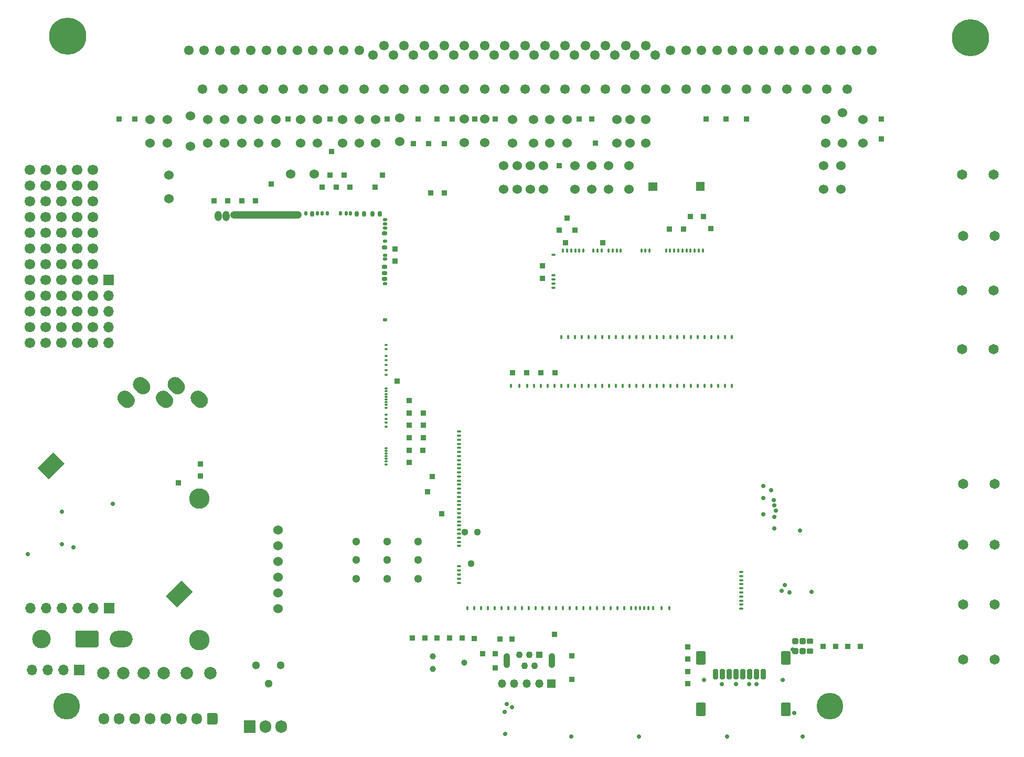
<source format=gbs>
G75*
G70*
%OFA0B0*%
%FSLAX25Y25*%
%IPPOS*%
%LPD*%
%AMOC8*
5,1,8,0,0,1.08239X$1,22.5*
%
%AMM239*
21,1,0.015350,0.009840,-0.000000,-0.000000,270.000000*
21,1,0.000000,0.025200,-0.000000,-0.000000,270.000000*
1,1,0.015350,-0.004920,-0.000000*
1,1,0.015350,-0.004920,-0.000000*
1,1,0.015350,0.004920,-0.000000*
1,1,0.015350,0.004920,-0.000000*
%
%AMM240*
21,1,0.015350,0.009840,-0.000000,-0.000000,180.000000*
21,1,0.000000,0.025200,-0.000000,-0.000000,180.000000*
1,1,0.015350,-0.000000,0.004920*
1,1,0.015350,-0.000000,0.004920*
1,1,0.015350,-0.000000,-0.004920*
1,1,0.015350,-0.000000,-0.004920*
%
%AMM364*
21,1,0.015350,0.009840,-0.000000,-0.000000,90.000000*
21,1,0.000000,0.025200,-0.000000,-0.000000,90.000000*
1,1,0.015350,0.004920,-0.000000*
1,1,0.015350,0.004920,-0.000000*
1,1,0.015350,-0.004920,-0.000000*
1,1,0.015350,-0.004920,-0.000000*
%
%AMM377*
21,1,0.084250,0.045670,-0.000000,0.000000,90.000000*
21,1,0.067320,0.062600,-0.000000,0.000000,90.000000*
1,1,0.016930,0.022840,-0.033660*
1,1,0.016930,0.022840,0.033660*
1,1,0.016930,-0.022840,0.033660*
1,1,0.016930,-0.022840,-0.033660*
%
%AMM378*
21,1,0.064570,0.020470,-0.000000,0.000000,90.000000*
21,1,0.053940,0.031100,-0.000000,0.000000,90.000000*
1,1,0.010630,0.010240,-0.026970*
1,1,0.010630,0.010240,0.026970*
1,1,0.010630,-0.010240,0.026970*
1,1,0.010630,-0.010240,-0.026970*
%
%AMM379*
21,1,0.038980,0.026770,-0.000000,0.000000,270.000000*
21,1,0.026770,0.038980,-0.000000,0.000000,270.000000*
1,1,0.012210,-0.013390,0.013390*
1,1,0.012210,-0.013390,-0.013390*
1,1,0.012210,0.013390,-0.013390*
1,1,0.012210,0.013390,0.013390*
%
%AMM380*
21,1,0.033070,0.030710,-0.000000,0.000000,90.000000*
21,1,0.022050,0.041730,-0.000000,0.000000,90.000000*
1,1,0.011020,0.015350,-0.011020*
1,1,0.011020,0.015350,0.011020*
1,1,0.011020,-0.015350,0.011020*
1,1,0.011020,-0.015350,-0.011020*
%
%ADD11C,0.23622*%
%ADD110C,0.16929*%
%ADD116C,0.00394*%
%ADD12C,0.06102*%
%ADD13C,0.06000*%
%ADD131O,0.44882X0.04331*%
%ADD132O,0.01575X0.02362*%
%ADD133O,0.02362X0.03150*%
%ADD134O,0.02362X0.01575*%
%ADD135O,0.01575X0.00787*%
%ADD16R,0.06693X0.06693*%
%ADD17O,0.06693X0.06693*%
%ADD173C,0.02913*%
%ADD19C,0.06496*%
%ADD193R,0.07500X0.07874*%
%ADD194O,0.07500X0.07874*%
%ADD196C,0.03900*%
%ADD21R,0.03346X0.03346*%
%ADD23R,0.05315X0.05315*%
%ADD24O,0.05315X0.05315*%
%ADD25C,0.11811*%
%ADD26C,0.06693*%
%ADD267O,0.04488X0.06457*%
%ADD268O,0.03701X0.02913*%
%ADD276O,0.02126X0.01339*%
%ADD277O,0.02913X0.02126*%
%ADD278O,0.02913X0.03701*%
%ADD279O,0.45433X0.04882*%
%ADD28C,0.07874*%
%ADD280O,0.02126X0.02913*%
%ADD32C,0.05118*%
%ADD328C,0.04451*%
%ADD40C,0.02362*%
%ADD47O,0.14567X0.10630*%
%ADD474M239*%
%ADD475M240*%
%ADD622M364*%
%ADD63O,0.06693X0.07283*%
%ADD640M377*%
%ADD641M378*%
%ADD642M379*%
%ADD643M380*%
%ADD67R,0.04331X0.04331*%
%ADD68C,0.04331*%
%ADD69O,0.04331X0.09449*%
%ADD70C,0.13000*%
%ADD80O,0.03937X0.05906*%
%ADD81O,0.03150X0.02362*%
X0000000Y0000000D02*
%LPD*%
G01*
D116*
X0398967Y0355315D02*
X0404085Y0355315D01*
X0404085Y0350197D01*
X0398967Y0350197D01*
X0398967Y0355315D01*
G36*
X0398967Y0355315D02*
G01*
X0404085Y0355315D01*
X0404085Y0350197D01*
X0398967Y0350197D01*
X0398967Y0355315D01*
G37*
X0429134Y0355512D02*
X0434252Y0355512D01*
X0434252Y0350393D01*
X0429134Y0350393D01*
X0429134Y0355512D01*
G36*
X0429134Y0355512D02*
G01*
X0434252Y0355512D01*
X0434252Y0350393D01*
X0429134Y0350393D01*
X0429134Y0355512D01*
G37*
D11*
X0030050Y0448253D03*
X0603711Y0447268D03*
D12*
X0106861Y0439394D03*
X0126546Y0439394D03*
X0146231Y0439394D03*
X0165916Y0439394D03*
X0185601Y0439394D03*
X0205286Y0439394D03*
X0223987Y0436442D03*
X0236782Y0436442D03*
X0249577Y0436442D03*
X0262373Y0436442D03*
X0275168Y0436442D03*
X0287963Y0436442D03*
X0300758Y0436442D03*
X0313554Y0436442D03*
X0326349Y0436442D03*
X0339144Y0436442D03*
X0351940Y0436442D03*
X0364735Y0436442D03*
X0377530Y0436442D03*
X0390325Y0436442D03*
X0403121Y0436442D03*
X0422806Y0439394D03*
X0442491Y0439394D03*
X0462176Y0439394D03*
X0481861Y0439394D03*
X0501546Y0439394D03*
X0521231Y0439394D03*
X0540916Y0439394D03*
X0116703Y0439394D03*
X0136388Y0439394D03*
X0156073Y0439394D03*
X0175758Y0439394D03*
X0195444Y0439394D03*
X0215129Y0439394D03*
X0230877Y0442347D03*
X0243672Y0442347D03*
X0256467Y0442347D03*
X0269262Y0442347D03*
X0282058Y0442347D03*
X0294853Y0442347D03*
X0307648Y0442347D03*
X0320444Y0442347D03*
X0333239Y0442347D03*
X0346034Y0442347D03*
X0358829Y0442347D03*
X0371625Y0442347D03*
X0384420Y0442347D03*
X0397215Y0442347D03*
X0412963Y0439394D03*
X0432648Y0439394D03*
X0452333Y0439394D03*
X0472018Y0439394D03*
X0491703Y0439394D03*
X0511388Y0439394D03*
X0531073Y0439394D03*
X0115719Y0414788D03*
X0128514Y0414788D03*
X0141310Y0414788D03*
X0154105Y0414788D03*
X0166900Y0414788D03*
X0179695Y0414788D03*
X0192491Y0414788D03*
X0205286Y0414788D03*
X0218081Y0414788D03*
X0230877Y0414788D03*
X0243672Y0414788D03*
X0256467Y0414788D03*
X0269262Y0414788D03*
X0282058Y0414788D03*
X0294853Y0414788D03*
X0307648Y0414788D03*
X0320444Y0414788D03*
X0333239Y0414788D03*
X0346034Y0414788D03*
X0358829Y0414788D03*
X0371625Y0414788D03*
X0384420Y0414788D03*
X0397215Y0414788D03*
X0410010Y0414788D03*
X0422806Y0414788D03*
X0435601Y0414788D03*
X0448396Y0414788D03*
X0461192Y0414788D03*
X0473987Y0414788D03*
X0486782Y0414788D03*
X0499577Y0414788D03*
X0512373Y0414788D03*
X0525168Y0414788D03*
D13*
X0082387Y0395385D03*
X0082387Y0380385D03*
X0118804Y0395385D03*
X0118804Y0380385D03*
X0140458Y0395385D03*
X0140458Y0380385D03*
X0177859Y0395385D03*
X0177859Y0380385D03*
X0204434Y0395385D03*
X0204434Y0380385D03*
X0336324Y0395385D03*
X0336324Y0380385D03*
X0347347Y0395385D03*
X0347347Y0380385D03*
X0373725Y0365857D03*
X0373725Y0350857D03*
X0386521Y0365857D03*
X0386521Y0350857D03*
X0511521Y0395385D03*
X0511521Y0380385D03*
X0535143Y0395385D03*
X0535143Y0380385D03*
X0093214Y0395385D03*
X0093214Y0380385D03*
X0129631Y0395385D03*
X0129631Y0380385D03*
X0162111Y0395385D03*
X0162111Y0380385D03*
X0188686Y0395385D03*
X0188686Y0380385D03*
X0225694Y0395385D03*
X0225694Y0380385D03*
X0306796Y0365857D03*
X0306796Y0350857D03*
X0315655Y0365857D03*
X0315655Y0350857D03*
X0325891Y0395385D03*
X0325891Y0380385D03*
X0352072Y0365857D03*
X0352072Y0350857D03*
X0362899Y0365857D03*
X0362899Y0350857D03*
X0522347Y0399696D03*
X0522347Y0380405D03*
X0107977Y0397530D03*
X0107977Y0378239D03*
X0332387Y0365838D03*
X0332387Y0350838D03*
X0378844Y0395385D03*
X0378844Y0380385D03*
X0397347Y0395385D03*
X0397347Y0380385D03*
X0521166Y0365857D03*
X0521166Y0350857D03*
X0510340Y0365857D03*
X0510340Y0350857D03*
X0151284Y0395385D03*
X0151284Y0380385D03*
D16*
X0055741Y0293420D03*
D17*
X0055741Y0283420D03*
X0055741Y0273420D03*
X0055741Y0263420D03*
X0055741Y0253420D03*
D110*
X0514261Y0022294D03*
X0029261Y0022294D03*
D19*
X0618371Y0286704D03*
X0598371Y0286704D03*
D21*
X0331403Y0302255D03*
D23*
X0337308Y0036507D03*
D24*
X0329434Y0036507D03*
X0321560Y0036507D03*
X0313686Y0036507D03*
X0305812Y0036507D03*
D21*
X0369788Y0317019D03*
X0114080Y0176468D03*
X0267426Y0144775D03*
X0517820Y0060326D03*
X0248922Y0065641D03*
X0062702Y0395759D03*
X0239277Y0228830D03*
X0280418Y0065641D03*
X0196560Y0360134D03*
D26*
X0005741Y0303420D03*
X0015741Y0303420D03*
X0025741Y0303420D03*
X0035741Y0303420D03*
X0045741Y0303420D03*
X0005741Y0293420D03*
X0015741Y0293420D03*
X0025741Y0293420D03*
X0035741Y0293420D03*
X0045741Y0293420D03*
X0005741Y0283420D03*
X0015741Y0283420D03*
X0025741Y0283420D03*
X0035741Y0283420D03*
X0045741Y0283420D03*
D21*
X0274316Y0395562D03*
X0264670Y0065641D03*
X0272544Y0065641D03*
X0264473Y0395759D03*
D28*
X0090907Y0043397D03*
D21*
X0304434Y0064853D03*
X0191639Y0352260D03*
X0246757Y0208751D03*
X0533568Y0060326D03*
X0350103Y0039460D03*
D13*
X0312702Y0395385D03*
X0312702Y0380385D03*
X0240851Y0396182D03*
X0240851Y0381182D03*
G36*
G01*
X0338194Y0288845D02*
X0339178Y0288845D01*
G75*
G02*
X0339670Y0288353I0000000J-000492D01*
G01*
X0339670Y0288353D01*
G75*
G02*
X0339178Y0287860I-000492J0000000D01*
G01*
X0338194Y0287860D01*
G75*
G02*
X0337702Y0288353I0000000J0000492D01*
G01*
X0337702Y0288353D01*
G75*
G02*
X0338194Y0288845I0000492J0000000D01*
G01*
G37*
G36*
G01*
X0338194Y0291443D02*
X0339178Y0291443D01*
G75*
G02*
X0339670Y0290951I0000000J-000492D01*
G01*
X0339670Y0290951D01*
G75*
G02*
X0339178Y0290459I-000492J0000000D01*
G01*
X0338194Y0290459D01*
G75*
G02*
X0337702Y0290951I0000000J0000492D01*
G01*
X0337702Y0290951D01*
G75*
G02*
X0338194Y0291443I0000492J0000000D01*
G01*
G37*
G36*
G01*
X0338194Y0294041D02*
X0339178Y0294041D01*
G75*
G02*
X0339670Y0293549I0000000J-000492D01*
G01*
X0339670Y0293549D01*
G75*
G02*
X0339178Y0293057I-000492J0000000D01*
G01*
X0338194Y0293057D01*
G75*
G02*
X0337702Y0293549I0000000J0000492D01*
G01*
X0337702Y0293549D01*
G75*
G02*
X0338194Y0294041I0000492J0000000D01*
G01*
G37*
G36*
G01*
X0338194Y0296640D02*
X0339178Y0296640D01*
G75*
G02*
X0339670Y0296148I0000000J-000492D01*
G01*
X0339670Y0296148D01*
G75*
G02*
X0339178Y0295656I-000492J0000000D01*
G01*
X0338194Y0295656D01*
G75*
G02*
X0337702Y0296148I0000000J0000492D01*
G01*
X0337702Y0296148D01*
G75*
G02*
X0338194Y0296640I0000492J0000000D01*
G01*
G37*
G36*
G01*
X0338194Y0309632D02*
X0339178Y0309632D01*
G75*
G02*
X0339670Y0309140I0000000J-000492D01*
G01*
X0339670Y0309140D01*
G75*
G02*
X0339178Y0308648I-000492J0000000D01*
G01*
X0338194Y0308648D01*
G75*
G02*
X0337702Y0309140I0000000J0000492D01*
G01*
X0337702Y0309140D01*
G75*
G02*
X0338194Y0309632I0000492J0000000D01*
G01*
G37*
G36*
G01*
X0451462Y0256487D02*
X0451462Y0257471D01*
G75*
G02*
X0451954Y0257964I0000492J0000000D01*
G01*
X0451954Y0257964D01*
G75*
G02*
X0452446Y0257471I0000000J-000492D01*
G01*
X0452446Y0256487D01*
G75*
G02*
X0451954Y0255995I-000492J0000000D01*
G01*
X0451954Y0255995D01*
G75*
G02*
X0451462Y0256487I0000000J0000492D01*
G01*
G37*
G36*
G01*
X0448115Y0257471D02*
X0448115Y0256487D01*
G75*
G02*
X0447623Y0255995I-000492J0000000D01*
G01*
X0447623Y0255995D01*
G75*
G02*
X0447131Y0256487I0000000J0000492D01*
G01*
X0447131Y0257471D01*
G75*
G02*
X0447623Y0257964I0000492J0000000D01*
G01*
X0447623Y0257964D01*
G75*
G02*
X0448115Y0257471I0000000J-000492D01*
G01*
G37*
G36*
G01*
X0443784Y0257471D02*
X0443784Y0256487D01*
G75*
G02*
X0443292Y0255995I-000492J0000000D01*
G01*
X0443292Y0255995D01*
G75*
G02*
X0442800Y0256487I0000000J0000492D01*
G01*
X0442800Y0257471D01*
G75*
G02*
X0443292Y0257964I0000492J0000000D01*
G01*
X0443292Y0257964D01*
G75*
G02*
X0443784Y0257471I0000000J-000492D01*
G01*
G37*
G36*
G01*
X0439454Y0257471D02*
X0439454Y0256487D01*
G75*
G02*
X0438962Y0255995I-000492J0000000D01*
G01*
X0438962Y0255995D01*
G75*
G02*
X0438469Y0256487I0000000J0000492D01*
G01*
X0438469Y0257471D01*
G75*
G02*
X0438962Y0257964I0000492J0000000D01*
G01*
X0438962Y0257964D01*
G75*
G02*
X0439454Y0257471I0000000J-000492D01*
G01*
G37*
G36*
G01*
X0435123Y0257471D02*
X0435123Y0256487D01*
G75*
G02*
X0434631Y0255995I-000492J0000000D01*
G01*
X0434631Y0255995D01*
G75*
G02*
X0434139Y0256487I0000000J0000492D01*
G01*
X0434139Y0257471D01*
G75*
G02*
X0434631Y0257964I0000492J0000000D01*
G01*
X0434631Y0257964D01*
G75*
G02*
X0435123Y0257471I0000000J-000492D01*
G01*
G37*
G36*
G01*
X0430792Y0257471D02*
X0430792Y0256487D01*
G75*
G02*
X0430300Y0255995I-000492J0000000D01*
G01*
X0430300Y0255995D01*
G75*
G02*
X0429808Y0256487I0000000J0000492D01*
G01*
X0429808Y0257471D01*
G75*
G02*
X0430300Y0257964I0000492J0000000D01*
G01*
X0430300Y0257964D01*
G75*
G02*
X0430792Y0257471I0000000J-000492D01*
G01*
G37*
G36*
G01*
X0426462Y0257471D02*
X0426462Y0256487D01*
G75*
G02*
X0425970Y0255995I-000492J0000000D01*
G01*
X0425970Y0255995D01*
G75*
G02*
X0425477Y0256487I0000000J0000492D01*
G01*
X0425477Y0257471D01*
G75*
G02*
X0425970Y0257964I0000492J0000000D01*
G01*
X0425970Y0257964D01*
G75*
G02*
X0426462Y0257471I0000000J-000492D01*
G01*
G37*
G36*
G01*
X0422131Y0257471D02*
X0422131Y0256487D01*
G75*
G02*
X0421639Y0255995I-000492J0000000D01*
G01*
X0421639Y0255995D01*
G75*
G02*
X0421147Y0256487I0000000J0000492D01*
G01*
X0421147Y0257471D01*
G75*
G02*
X0421639Y0257964I0000492J0000000D01*
G01*
X0421639Y0257964D01*
G75*
G02*
X0422131Y0257471I0000000J-000492D01*
G01*
G37*
G36*
G01*
X0417800Y0257471D02*
X0417800Y0256487D01*
G75*
G02*
X0417308Y0255995I-000492J0000000D01*
G01*
X0417308Y0255995D01*
G75*
G02*
X0416816Y0256487I0000000J0000492D01*
G01*
X0416816Y0257471D01*
G75*
G02*
X0417308Y0257964I0000492J0000000D01*
G01*
X0417308Y0257964D01*
G75*
G02*
X0417800Y0257471I0000000J-000492D01*
G01*
G37*
G36*
G01*
X0413470Y0257471D02*
X0413470Y0256487D01*
G75*
G02*
X0412977Y0255995I-000492J0000000D01*
G01*
X0412977Y0255995D01*
G75*
G02*
X0412485Y0256487I0000000J0000492D01*
G01*
X0412485Y0257471D01*
G75*
G02*
X0412977Y0257964I0000492J0000000D01*
G01*
X0412977Y0257964D01*
G75*
G02*
X0413470Y0257471I0000000J-000492D01*
G01*
G37*
G36*
G01*
X0409139Y0257471D02*
X0409139Y0256487D01*
G75*
G02*
X0408647Y0255995I-000492J0000000D01*
G01*
X0408647Y0255995D01*
G75*
G02*
X0408155Y0256487I0000000J0000492D01*
G01*
X0408155Y0257471D01*
G75*
G02*
X0408647Y0257964I0000492J0000000D01*
G01*
X0408647Y0257964D01*
G75*
G02*
X0409139Y0257471I0000000J-000492D01*
G01*
G37*
G36*
G01*
X0404808Y0257471D02*
X0404808Y0256487D01*
G75*
G02*
X0404316Y0255995I-000492J0000000D01*
G01*
X0404316Y0255995D01*
G75*
G02*
X0403824Y0256487I0000000J0000492D01*
G01*
X0403824Y0257471D01*
G75*
G02*
X0404316Y0257964I0000492J0000000D01*
G01*
X0404316Y0257964D01*
G75*
G02*
X0404808Y0257471I0000000J-000492D01*
G01*
G37*
G36*
G01*
X0400477Y0257471D02*
X0400477Y0256487D01*
G75*
G02*
X0399985Y0255995I-000492J0000000D01*
G01*
X0399985Y0255995D01*
G75*
G02*
X0399493Y0256487I0000000J0000492D01*
G01*
X0399493Y0257471D01*
G75*
G02*
X0399985Y0257964I0000492J0000000D01*
G01*
X0399985Y0257964D01*
G75*
G02*
X0400477Y0257471I0000000J-000492D01*
G01*
G37*
G36*
G01*
X0396147Y0257471D02*
X0396147Y0256487D01*
G75*
G02*
X0395655Y0255995I-000492J0000000D01*
G01*
X0395655Y0255995D01*
G75*
G02*
X0395162Y0256487I0000000J0000492D01*
G01*
X0395162Y0257471D01*
G75*
G02*
X0395655Y0257964I0000492J0000000D01*
G01*
X0395655Y0257964D01*
G75*
G02*
X0396147Y0257471I0000000J-000492D01*
G01*
G37*
G36*
G01*
X0391816Y0257471D02*
X0391816Y0256487D01*
G75*
G02*
X0391324Y0255995I-000492J0000000D01*
G01*
X0391324Y0255995D01*
G75*
G02*
X0390832Y0256487I0000000J0000492D01*
G01*
X0390832Y0257471D01*
G75*
G02*
X0391324Y0257964I0000492J0000000D01*
G01*
X0391324Y0257964D01*
G75*
G02*
X0391816Y0257471I0000000J-000492D01*
G01*
G37*
G36*
G01*
X0387485Y0257471D02*
X0387485Y0256487D01*
G75*
G02*
X0386993Y0255995I-000492J0000000D01*
G01*
X0386993Y0255995D01*
G75*
G02*
X0386501Y0256487I0000000J0000492D01*
G01*
X0386501Y0257471D01*
G75*
G02*
X0386993Y0257964I0000492J0000000D01*
G01*
X0386993Y0257964D01*
G75*
G02*
X0387485Y0257471I0000000J-000492D01*
G01*
G37*
G36*
G01*
X0383155Y0257471D02*
X0383155Y0256487D01*
G75*
G02*
X0382663Y0255995I-000492J0000000D01*
G01*
X0382663Y0255995D01*
G75*
G02*
X0382170Y0256487I0000000J0000492D01*
G01*
X0382170Y0257471D01*
G75*
G02*
X0382663Y0257964I0000492J0000000D01*
G01*
X0382663Y0257964D01*
G75*
G02*
X0383155Y0257471I0000000J-000492D01*
G01*
G37*
G36*
G01*
X0378824Y0257471D02*
X0378824Y0256487D01*
G75*
G02*
X0378332Y0255995I-000492J0000000D01*
G01*
X0378332Y0255995D01*
G75*
G02*
X0377840Y0256487I0000000J0000492D01*
G01*
X0377840Y0257471D01*
G75*
G02*
X0378332Y0257964I0000492J0000000D01*
G01*
X0378332Y0257964D01*
G75*
G02*
X0378824Y0257471I0000000J-000492D01*
G01*
G37*
G36*
G01*
X0374493Y0257471D02*
X0374493Y0256487D01*
G75*
G02*
X0374001Y0255995I-000492J0000000D01*
G01*
X0374001Y0255995D01*
G75*
G02*
X0373509Y0256487I0000000J0000492D01*
G01*
X0373509Y0257471D01*
G75*
G02*
X0374001Y0257964I0000492J0000000D01*
G01*
X0374001Y0257964D01*
G75*
G02*
X0374493Y0257471I0000000J-000492D01*
G01*
G37*
G36*
G01*
X0370163Y0257471D02*
X0370163Y0256487D01*
G75*
G02*
X0369670Y0255995I-000492J0000000D01*
G01*
X0369670Y0255995D01*
G75*
G02*
X0369178Y0256487I0000000J0000492D01*
G01*
X0369178Y0257471D01*
G75*
G02*
X0369670Y0257964I0000492J0000000D01*
G01*
X0369670Y0257964D01*
G75*
G02*
X0370163Y0257471I0000000J-000492D01*
G01*
G37*
G36*
G01*
X0365832Y0257471D02*
X0365832Y0256487D01*
G75*
G02*
X0365340Y0255995I-000492J0000000D01*
G01*
X0365340Y0255995D01*
G75*
G02*
X0364848Y0256487I0000000J0000492D01*
G01*
X0364848Y0257471D01*
G75*
G02*
X0365340Y0257964I0000492J0000000D01*
G01*
X0365340Y0257964D01*
G75*
G02*
X0365832Y0257471I0000000J-000492D01*
G01*
G37*
G36*
G01*
X0361501Y0257471D02*
X0361501Y0256487D01*
G75*
G02*
X0361009Y0255995I-000492J0000000D01*
G01*
X0361009Y0255995D01*
G75*
G02*
X0360517Y0256487I0000000J0000492D01*
G01*
X0360517Y0257471D01*
G75*
G02*
X0361009Y0257964I0000492J0000000D01*
G01*
X0361009Y0257964D01*
G75*
G02*
X0361501Y0257471I0000000J-000492D01*
G01*
G37*
G36*
G01*
X0357170Y0257471D02*
X0357170Y0256487D01*
G75*
G02*
X0356678Y0255995I-000492J0000000D01*
G01*
X0356678Y0255995D01*
G75*
G02*
X0356186Y0256487I0000000J0000492D01*
G01*
X0356186Y0257471D01*
G75*
G02*
X0356678Y0257964I0000492J0000000D01*
G01*
X0356678Y0257964D01*
G75*
G02*
X0357170Y0257471I0000000J-000492D01*
G01*
G37*
G36*
G01*
X0352840Y0257471D02*
X0352840Y0256487D01*
G75*
G02*
X0352348Y0255995I-000492J0000000D01*
G01*
X0352348Y0255995D01*
G75*
G02*
X0351855Y0256487I0000000J0000492D01*
G01*
X0351855Y0257471D01*
G75*
G02*
X0352348Y0257964I0000492J0000000D01*
G01*
X0352348Y0257964D01*
G75*
G02*
X0352840Y0257471I0000000J-000492D01*
G01*
G37*
G36*
G01*
X0348509Y0257471D02*
X0348509Y0256487D01*
G75*
G02*
X0348017Y0255995I-000492J0000000D01*
G01*
X0348017Y0255995D01*
G75*
G02*
X0347525Y0256487I0000000J0000492D01*
G01*
X0347525Y0257471D01*
G75*
G02*
X0348017Y0257964I0000492J0000000D01*
G01*
X0348017Y0257964D01*
G75*
G02*
X0348509Y0257471I0000000J-000492D01*
G01*
G37*
G36*
G01*
X0344178Y0257471D02*
X0344178Y0256487D01*
G75*
G02*
X0343686Y0255995I-000492J0000000D01*
G01*
X0343686Y0255995D01*
G75*
G02*
X0343194Y0256487I0000000J0000492D01*
G01*
X0343194Y0257471D01*
G75*
G02*
X0343686Y0257964I0000492J0000000D01*
G01*
X0343686Y0257964D01*
G75*
G02*
X0344178Y0257471I0000000J-000492D01*
G01*
G37*
G36*
G01*
X0345166Y0312440D02*
X0345166Y0311456D01*
G75*
G02*
X0344674Y0310964I-000492J0000000D01*
G01*
X0344674Y0310964D01*
G75*
G02*
X0344182Y0311456I0000000J0000492D01*
G01*
X0344182Y0312440D01*
G75*
G02*
X0344674Y0312932I0000492J0000000D01*
G01*
X0344674Y0312932D01*
G75*
G02*
X0345166Y0312440I0000000J-000492D01*
G01*
G37*
G36*
G01*
X0347765Y0312440D02*
X0347765Y0311456D01*
G75*
G02*
X0347273Y0310964I-000492J0000000D01*
G01*
X0347273Y0310964D01*
G75*
G02*
X0346780Y0311456I0000000J0000492D01*
G01*
X0346780Y0312440D01*
G75*
G02*
X0347273Y0312932I0000492J0000000D01*
G01*
X0347273Y0312932D01*
G75*
G02*
X0347765Y0312440I0000000J-000492D01*
G01*
G37*
G36*
G01*
X0350363Y0312440D02*
X0350363Y0311456D01*
G75*
G02*
X0349871Y0310964I-000492J0000000D01*
G01*
X0349871Y0310964D01*
G75*
G02*
X0349379Y0311456I0000000J0000492D01*
G01*
X0349379Y0312440D01*
G75*
G02*
X0349871Y0312932I0000492J0000000D01*
G01*
X0349871Y0312932D01*
G75*
G02*
X0350363Y0312440I0000000J-000492D01*
G01*
G37*
G36*
G01*
X0352962Y0312440D02*
X0352962Y0311456D01*
G75*
G02*
X0352469Y0310964I-000492J0000000D01*
G01*
X0352469Y0310964D01*
G75*
G02*
X0351977Y0311456I0000000J0000492D01*
G01*
X0351977Y0312440D01*
G75*
G02*
X0352469Y0312932I0000492J0000000D01*
G01*
X0352469Y0312932D01*
G75*
G02*
X0352962Y0312440I0000000J-000492D01*
G01*
G37*
G36*
G01*
X0355560Y0312440D02*
X0355560Y0311456D01*
G75*
G02*
X0355068Y0310964I-000492J0000000D01*
G01*
X0355068Y0310964D01*
G75*
G02*
X0354576Y0311456I0000000J0000492D01*
G01*
X0354576Y0312440D01*
G75*
G02*
X0355068Y0312932I0000492J0000000D01*
G01*
X0355068Y0312932D01*
G75*
G02*
X0355560Y0312440I0000000J-000492D01*
G01*
G37*
G36*
G01*
X0358158Y0312440D02*
X0358158Y0311456D01*
G75*
G02*
X0357666Y0310964I-000492J0000000D01*
G01*
X0357666Y0310964D01*
G75*
G02*
X0357174Y0311456I0000000J0000492D01*
G01*
X0357174Y0312440D01*
G75*
G02*
X0357666Y0312932I0000492J0000000D01*
G01*
X0357666Y0312932D01*
G75*
G02*
X0358158Y0312440I0000000J-000492D01*
G01*
G37*
G36*
G01*
X0364462Y0312440D02*
X0364462Y0311456D01*
G75*
G02*
X0363969Y0310964I-000492J0000000D01*
G01*
X0363969Y0310964D01*
G75*
G02*
X0363477Y0311456I0000000J0000492D01*
G01*
X0363477Y0312440D01*
G75*
G02*
X0363969Y0312932I0000492J0000000D01*
G01*
X0363969Y0312932D01*
G75*
G02*
X0364462Y0312440I0000000J-000492D01*
G01*
G37*
G36*
G01*
X0367060Y0312440D02*
X0367060Y0311456D01*
G75*
G02*
X0366568Y0310964I-000492J0000000D01*
G01*
X0366568Y0310964D01*
G75*
G02*
X0366076Y0311456I0000000J0000492D01*
G01*
X0366076Y0312440D01*
G75*
G02*
X0366568Y0312932I0000492J0000000D01*
G01*
X0366568Y0312932D01*
G75*
G02*
X0367060Y0312440I0000000J-000492D01*
G01*
G37*
G36*
G01*
X0369658Y0312440D02*
X0369658Y0311456D01*
G75*
G02*
X0369166Y0310964I-000492J0000000D01*
G01*
X0369166Y0310964D01*
G75*
G02*
X0368674Y0311456I0000000J0000492D01*
G01*
X0368674Y0312440D01*
G75*
G02*
X0369166Y0312932I0000492J0000000D01*
G01*
X0369166Y0312932D01*
G75*
G02*
X0369658Y0312440I0000000J-000492D01*
G01*
G37*
G36*
G01*
X0374071Y0312440D02*
X0374071Y0311456D01*
G75*
G02*
X0373579Y0310964I-000492J0000000D01*
G01*
X0373579Y0310964D01*
G75*
G02*
X0373087Y0311456I0000000J0000492D01*
G01*
X0373087Y0312440D01*
G75*
G02*
X0373579Y0312932I0000492J0000000D01*
G01*
X0373579Y0312932D01*
G75*
G02*
X0374071Y0312440I0000000J-000492D01*
G01*
G37*
G36*
G01*
X0376670Y0312440D02*
X0376670Y0311456D01*
G75*
G02*
X0376178Y0310964I-000492J0000000D01*
G01*
X0376178Y0310964D01*
G75*
G02*
X0375686Y0311456I0000000J0000492D01*
G01*
X0375686Y0312440D01*
G75*
G02*
X0376178Y0312932I0000492J0000000D01*
G01*
X0376178Y0312932D01*
G75*
G02*
X0376670Y0312440I0000000J-000492D01*
G01*
G37*
G36*
G01*
X0379268Y0312440D02*
X0379268Y0311456D01*
G75*
G02*
X0378776Y0310964I-000492J0000000D01*
G01*
X0378776Y0310964D01*
G75*
G02*
X0378284Y0311456I0000000J0000492D01*
G01*
X0378284Y0312440D01*
G75*
G02*
X0378776Y0312932I0000492J0000000D01*
G01*
X0378776Y0312932D01*
G75*
G02*
X0379268Y0312440I0000000J-000492D01*
G01*
G37*
G36*
G01*
X0381867Y0312440D02*
X0381867Y0311456D01*
G75*
G02*
X0381375Y0310964I-000492J0000000D01*
G01*
X0381375Y0310964D01*
G75*
G02*
X0380882Y0311456I0000000J0000492D01*
G01*
X0380882Y0312440D01*
G75*
G02*
X0381375Y0312932I0000492J0000000D01*
G01*
X0381375Y0312932D01*
G75*
G02*
X0381867Y0312440I0000000J-000492D01*
G01*
G37*
G36*
G01*
X0394962Y0312440D02*
X0394962Y0311456D01*
G75*
G02*
X0394469Y0310964I-000492J0000000D01*
G01*
X0394469Y0310964D01*
G75*
G02*
X0393977Y0311456I0000000J0000492D01*
G01*
X0393977Y0312440D01*
G75*
G02*
X0394469Y0312932I0000492J0000000D01*
G01*
X0394469Y0312932D01*
G75*
G02*
X0394962Y0312440I0000000J-000492D01*
G01*
G37*
G36*
G01*
X0397560Y0312440D02*
X0397560Y0311456D01*
G75*
G02*
X0397068Y0310964I-000492J0000000D01*
G01*
X0397068Y0310964D01*
G75*
G02*
X0396576Y0311456I0000000J0000492D01*
G01*
X0396576Y0312440D01*
G75*
G02*
X0397068Y0312932I0000492J0000000D01*
G01*
X0397068Y0312932D01*
G75*
G02*
X0397560Y0312440I0000000J-000492D01*
G01*
G37*
G36*
G01*
X0400158Y0312440D02*
X0400158Y0311456D01*
G75*
G02*
X0399666Y0310964I-000492J0000000D01*
G01*
X0399666Y0310964D01*
G75*
G02*
X0399174Y0311456I0000000J0000492D01*
G01*
X0399174Y0312440D01*
G75*
G02*
X0399666Y0312932I0000492J0000000D01*
G01*
X0399666Y0312932D01*
G75*
G02*
X0400158Y0312440I0000000J-000492D01*
G01*
G37*
G36*
G01*
X0410576Y0312440D02*
X0410576Y0311456D01*
G75*
G02*
X0410084Y0310964I-000492J0000000D01*
G01*
X0410084Y0310964D01*
G75*
G02*
X0409592Y0311456I0000000J0000492D01*
G01*
X0409592Y0312440D01*
G75*
G02*
X0410084Y0312932I0000492J0000000D01*
G01*
X0410084Y0312932D01*
G75*
G02*
X0410576Y0312440I0000000J-000492D01*
G01*
G37*
G36*
G01*
X0413174Y0312440D02*
X0413174Y0311456D01*
G75*
G02*
X0412682Y0310964I-000492J0000000D01*
G01*
X0412682Y0310964D01*
G75*
G02*
X0412190Y0311456I0000000J0000492D01*
G01*
X0412190Y0312440D01*
G75*
G02*
X0412682Y0312932I0000492J0000000D01*
G01*
X0412682Y0312932D01*
G75*
G02*
X0413174Y0312440I0000000J-000492D01*
G01*
G37*
G36*
G01*
X0415773Y0312440D02*
X0415773Y0311456D01*
G75*
G02*
X0415280Y0310964I-000492J0000000D01*
G01*
X0415280Y0310964D01*
G75*
G02*
X0414788Y0311456I0000000J0000492D01*
G01*
X0414788Y0312440D01*
G75*
G02*
X0415280Y0312932I0000492J0000000D01*
G01*
X0415280Y0312932D01*
G75*
G02*
X0415773Y0312440I0000000J-000492D01*
G01*
G37*
G36*
G01*
X0418371Y0312440D02*
X0418371Y0311456D01*
G75*
G02*
X0417879Y0310964I-000492J0000000D01*
G01*
X0417879Y0310964D01*
G75*
G02*
X0417387Y0311456I0000000J0000492D01*
G01*
X0417387Y0312440D01*
G75*
G02*
X0417879Y0312932I0000492J0000000D01*
G01*
X0417879Y0312932D01*
G75*
G02*
X0418371Y0312440I0000000J-000492D01*
G01*
G37*
G36*
G01*
X0420969Y0312440D02*
X0420969Y0311456D01*
G75*
G02*
X0420477Y0310964I-000492J0000000D01*
G01*
X0420477Y0310964D01*
G75*
G02*
X0419985Y0311456I0000000J0000492D01*
G01*
X0419985Y0312440D01*
G75*
G02*
X0420477Y0312932I0000492J0000000D01*
G01*
X0420477Y0312932D01*
G75*
G02*
X0420969Y0312440I0000000J-000492D01*
G01*
G37*
G36*
G01*
X0423568Y0312440D02*
X0423568Y0311456D01*
G75*
G02*
X0423076Y0310964I-000492J0000000D01*
G01*
X0423076Y0310964D01*
G75*
G02*
X0422584Y0311456I0000000J0000492D01*
G01*
X0422584Y0312440D01*
G75*
G02*
X0423076Y0312932I0000492J0000000D01*
G01*
X0423076Y0312932D01*
G75*
G02*
X0423568Y0312440I0000000J-000492D01*
G01*
G37*
G36*
G01*
X0426166Y0312440D02*
X0426166Y0311456D01*
G75*
G02*
X0425674Y0310964I-000492J0000000D01*
G01*
X0425674Y0310964D01*
G75*
G02*
X0425182Y0311456I0000000J0000492D01*
G01*
X0425182Y0312440D01*
G75*
G02*
X0425674Y0312932I0000492J0000000D01*
G01*
X0425674Y0312932D01*
G75*
G02*
X0426166Y0312440I0000000J-000492D01*
G01*
G37*
G36*
G01*
X0428765Y0312440D02*
X0428765Y0311456D01*
G75*
G02*
X0428273Y0310964I-000492J0000000D01*
G01*
X0428273Y0310964D01*
G75*
G02*
X0427781Y0311456I0000000J0000492D01*
G01*
X0427781Y0312440D01*
G75*
G02*
X0428273Y0312932I0000492J0000000D01*
G01*
X0428273Y0312932D01*
G75*
G02*
X0428765Y0312440I0000000J-000492D01*
G01*
G37*
G36*
G01*
X0431363Y0312440D02*
X0431363Y0311456D01*
G75*
G02*
X0430871Y0310964I-000492J0000000D01*
G01*
X0430871Y0310964D01*
G75*
G02*
X0430379Y0311456I0000000J0000492D01*
G01*
X0430379Y0312440D01*
G75*
G02*
X0430871Y0312932I0000492J0000000D01*
G01*
X0430871Y0312932D01*
G75*
G02*
X0431363Y0312440I0000000J-000492D01*
G01*
G37*
G36*
G01*
X0433962Y0312440D02*
X0433962Y0311456D01*
G75*
G02*
X0433470Y0310964I-000492J0000000D01*
G01*
X0433470Y0310964D01*
G75*
G02*
X0432977Y0311456I0000000J0000492D01*
G01*
X0432977Y0312440D01*
G75*
G02*
X0433470Y0312932I0000492J0000000D01*
G01*
X0433470Y0312932D01*
G75*
G02*
X0433962Y0312440I0000000J-000492D01*
G01*
G37*
D21*
X0301481Y0055798D03*
D19*
X0618765Y0321349D03*
X0598765Y0321349D03*
D21*
X0255812Y0193003D03*
D19*
X0618765Y0163475D03*
X0598765Y0163475D03*
D13*
X0294985Y0395582D03*
X0294985Y0380582D03*
D21*
X0256796Y0065641D03*
X0232977Y0395759D03*
X0312308Y0064853D03*
X0448332Y0395759D03*
X0339473Y0234342D03*
X0352072Y0324893D03*
X0339080Y0068003D03*
X0331403Y0294381D03*
X0149316Y0343593D03*
X0421166Y0325680D03*
D13*
X0215261Y0395385D03*
X0215261Y0380385D03*
D21*
X0196560Y0395759D03*
X0255812Y0200877D03*
X0288489Y0395759D03*
X0301481Y0395759D03*
D32*
X0252662Y0103436D03*
X0252662Y0115247D03*
X0252662Y0127058D03*
X0232977Y0103436D03*
X0232977Y0115247D03*
X0232977Y0127058D03*
X0213292Y0103436D03*
X0213292Y0115247D03*
X0213292Y0127058D03*
D40*
X0308814Y0023685D03*
X0312259Y0021618D03*
X0307633Y0018666D03*
X0307928Y0004689D03*
D19*
X0618371Y0249302D03*
X0598371Y0249302D03*
D13*
X0387308Y0395385D03*
X0387308Y0380385D03*
D28*
X0065317Y0043397D03*
D21*
X0342229Y0324893D03*
D19*
X0618765Y0087097D03*
X0598765Y0087097D03*
X0618765Y0124893D03*
X0598765Y0124893D03*
D26*
X0005741Y0333420D03*
X0015741Y0333420D03*
X0025741Y0333420D03*
X0035741Y0333420D03*
X0045741Y0333420D03*
X0005741Y0323420D03*
X0015741Y0323420D03*
X0025741Y0323420D03*
X0035741Y0323420D03*
X0045741Y0323420D03*
X0005741Y0313420D03*
X0015741Y0313420D03*
X0025741Y0313420D03*
X0035741Y0313420D03*
X0045741Y0313420D03*
D28*
X0105671Y0043397D03*
G36*
G01*
X0278147Y0101271D02*
X0279131Y0101271D01*
G75*
G02*
X0279623Y0100779I0000000J-000492D01*
G01*
X0279623Y0100779D01*
G75*
G02*
X0279131Y0100286I-000492J0000000D01*
G01*
X0278147Y0100286D01*
G75*
G02*
X0277655Y0100779I0000000J0000492D01*
G01*
X0277655Y0100779D01*
G75*
G02*
X0278147Y0101271I0000492J0000000D01*
G01*
G37*
G36*
G01*
X0279131Y0102885D02*
X0278147Y0102885D01*
G75*
G02*
X0277655Y0103377I0000000J0000492D01*
G01*
X0277655Y0103377D01*
G75*
G02*
X0278147Y0103869I0000492J0000000D01*
G01*
X0279131Y0103869D01*
G75*
G02*
X0279623Y0103377I0000000J-000492D01*
G01*
X0279623Y0103377D01*
G75*
G02*
X0279131Y0102885I-000492J0000000D01*
G01*
G37*
G36*
G01*
X0279131Y0105483D02*
X0278147Y0105483D01*
G75*
G02*
X0277655Y0105975I0000000J0000492D01*
G01*
X0277655Y0105975D01*
G75*
G02*
X0278147Y0106468I0000492J0000000D01*
G01*
X0279131Y0106468D01*
G75*
G02*
X0279623Y0105975I0000000J-000492D01*
G01*
X0279623Y0105975D01*
G75*
G02*
X0279131Y0105483I-000492J0000000D01*
G01*
G37*
G36*
G01*
X0279131Y0108082D02*
X0278147Y0108082D01*
G75*
G02*
X0277655Y0108574I0000000J0000492D01*
G01*
X0277655Y0108574D01*
G75*
G02*
X0278147Y0109066I0000492J0000000D01*
G01*
X0279131Y0109066D01*
G75*
G02*
X0279623Y0108574I0000000J-000492D01*
G01*
X0279623Y0108574D01*
G75*
G02*
X0279131Y0108082I-000492J0000000D01*
G01*
G37*
G36*
G01*
X0279131Y0110680D02*
X0278147Y0110680D01*
G75*
G02*
X0277655Y0111172I0000000J0000492D01*
G01*
X0277655Y0111172D01*
G75*
G02*
X0278147Y0111664I0000492J0000000D01*
G01*
X0279131Y0111664D01*
G75*
G02*
X0279623Y0111172I0000000J-000492D01*
G01*
X0279623Y0111172D01*
G75*
G02*
X0279131Y0110680I-000492J0000000D01*
G01*
G37*
G36*
G01*
X0279131Y0123672D02*
X0278147Y0123672D01*
G75*
G02*
X0277655Y0124164I0000000J0000492D01*
G01*
X0277655Y0124164D01*
G75*
G02*
X0278147Y0124656I0000492J0000000D01*
G01*
X0279131Y0124656D01*
G75*
G02*
X0279623Y0124164I0000000J-000492D01*
G01*
X0279623Y0124164D01*
G75*
G02*
X0279131Y0123672I-000492J0000000D01*
G01*
G37*
G36*
G01*
X0279131Y0126271D02*
X0278147Y0126271D01*
G75*
G02*
X0277655Y0126763I0000000J0000492D01*
G01*
X0277655Y0126763D01*
G75*
G02*
X0278147Y0127255I0000492J0000000D01*
G01*
X0279131Y0127255D01*
G75*
G02*
X0279623Y0126763I0000000J-000492D01*
G01*
X0279623Y0126763D01*
G75*
G02*
X0279131Y0126271I-000492J0000000D01*
G01*
G37*
G36*
G01*
X0279131Y0128869D02*
X0278147Y0128869D01*
G75*
G02*
X0277655Y0129361I0000000J0000492D01*
G01*
X0277655Y0129361D01*
G75*
G02*
X0278147Y0129853I0000492J0000000D01*
G01*
X0279131Y0129853D01*
G75*
G02*
X0279623Y0129361I0000000J-000492D01*
G01*
X0279623Y0129361D01*
G75*
G02*
X0279131Y0128869I-000492J0000000D01*
G01*
G37*
G36*
G01*
X0279131Y0131468D02*
X0278147Y0131468D01*
G75*
G02*
X0277655Y0131960I0000000J0000492D01*
G01*
X0277655Y0131960D01*
G75*
G02*
X0278147Y0132452I0000492J0000000D01*
G01*
X0279131Y0132452D01*
G75*
G02*
X0279623Y0131960I0000000J-000492D01*
G01*
X0279623Y0131960D01*
G75*
G02*
X0279131Y0131468I-000492J0000000D01*
G01*
G37*
G36*
G01*
X0279131Y0134066D02*
X0278147Y0134066D01*
G75*
G02*
X0277655Y0134558I0000000J0000492D01*
G01*
X0277655Y0134558D01*
G75*
G02*
X0278147Y0135050I0000492J0000000D01*
G01*
X0279131Y0135050D01*
G75*
G02*
X0279623Y0134558I0000000J-000492D01*
G01*
X0279623Y0134558D01*
G75*
G02*
X0279131Y0134066I-000492J0000000D01*
G01*
G37*
G36*
G01*
X0279131Y0136664D02*
X0278147Y0136664D01*
G75*
G02*
X0277655Y0137156I0000000J0000492D01*
G01*
X0277655Y0137156D01*
G75*
G02*
X0278147Y0137649I0000492J0000000D01*
G01*
X0279131Y0137649D01*
G75*
G02*
X0279623Y0137156I0000000J-000492D01*
G01*
X0279623Y0137156D01*
G75*
G02*
X0279131Y0136664I-000492J0000000D01*
G01*
G37*
G36*
G01*
X0279131Y0139263D02*
X0278147Y0139263D01*
G75*
G02*
X0277655Y0139755I0000000J0000492D01*
G01*
X0277655Y0139755D01*
G75*
G02*
X0278147Y0140247I0000492J0000000D01*
G01*
X0279131Y0140247D01*
G75*
G02*
X0279623Y0139755I0000000J-000492D01*
G01*
X0279623Y0139755D01*
G75*
G02*
X0279131Y0139263I-000492J0000000D01*
G01*
G37*
G36*
G01*
X0279131Y0141861D02*
X0278147Y0141861D01*
G75*
G02*
X0277655Y0142353I0000000J0000492D01*
G01*
X0277655Y0142353D01*
G75*
G02*
X0278147Y0142845I0000492J0000000D01*
G01*
X0279131Y0142845D01*
G75*
G02*
X0279623Y0142353I0000000J-000492D01*
G01*
X0279623Y0142353D01*
G75*
G02*
X0279131Y0141861I-000492J0000000D01*
G01*
G37*
G36*
G01*
X0279131Y0144460D02*
X0278147Y0144460D01*
G75*
G02*
X0277655Y0144952I0000000J0000492D01*
G01*
X0277655Y0144952D01*
G75*
G02*
X0278147Y0145444I0000492J0000000D01*
G01*
X0279131Y0145444D01*
G75*
G02*
X0279623Y0144952I0000000J-000492D01*
G01*
X0279623Y0144952D01*
G75*
G02*
X0279131Y0144460I-000492J0000000D01*
G01*
G37*
G36*
G01*
X0279131Y0147058D02*
X0278147Y0147058D01*
G75*
G02*
X0277655Y0147550I0000000J0000492D01*
G01*
X0277655Y0147550D01*
G75*
G02*
X0278147Y0148042I0000492J0000000D01*
G01*
X0279131Y0148042D01*
G75*
G02*
X0279623Y0147550I0000000J-000492D01*
G01*
X0279623Y0147550D01*
G75*
G02*
X0279131Y0147058I-000492J0000000D01*
G01*
G37*
G36*
G01*
X0279131Y0149657D02*
X0278147Y0149657D01*
G75*
G02*
X0277655Y0150149I0000000J0000492D01*
G01*
X0277655Y0150149D01*
G75*
G02*
X0278147Y0150641I0000492J0000000D01*
G01*
X0279131Y0150641D01*
G75*
G02*
X0279623Y0150149I0000000J-000492D01*
G01*
X0279623Y0150149D01*
G75*
G02*
X0279131Y0149657I-000492J0000000D01*
G01*
G37*
G36*
G01*
X0279131Y0152255D02*
X0278147Y0152255D01*
G75*
G02*
X0277655Y0152747I0000000J0000492D01*
G01*
X0277655Y0152747D01*
G75*
G02*
X0278147Y0153239I0000492J0000000D01*
G01*
X0279131Y0153239D01*
G75*
G02*
X0279623Y0152747I0000000J-000492D01*
G01*
X0279623Y0152747D01*
G75*
G02*
X0279131Y0152255I-000492J0000000D01*
G01*
G37*
G36*
G01*
X0279131Y0154853D02*
X0278147Y0154853D01*
G75*
G02*
X0277655Y0155345I0000000J0000492D01*
G01*
X0277655Y0155345D01*
G75*
G02*
X0278147Y0155838I0000492J0000000D01*
G01*
X0279131Y0155838D01*
G75*
G02*
X0279623Y0155345I0000000J-000492D01*
G01*
X0279623Y0155345D01*
G75*
G02*
X0279131Y0154853I-000492J0000000D01*
G01*
G37*
G36*
G01*
X0279131Y0157452D02*
X0278147Y0157452D01*
G75*
G02*
X0277655Y0157944I0000000J0000492D01*
G01*
X0277655Y0157944D01*
G75*
G02*
X0278147Y0158436I0000492J0000000D01*
G01*
X0279131Y0158436D01*
G75*
G02*
X0279623Y0157944I0000000J-000492D01*
G01*
X0279623Y0157944D01*
G75*
G02*
X0279131Y0157452I-000492J0000000D01*
G01*
G37*
G36*
G01*
X0279131Y0160050D02*
X0278147Y0160050D01*
G75*
G02*
X0277655Y0160542I0000000J0000492D01*
G01*
X0277655Y0160542D01*
G75*
G02*
X0278147Y0161034I0000492J0000000D01*
G01*
X0279131Y0161034D01*
G75*
G02*
X0279623Y0160542I0000000J-000492D01*
G01*
X0279623Y0160542D01*
G75*
G02*
X0279131Y0160050I-000492J0000000D01*
G01*
G37*
G36*
G01*
X0279131Y0162649D02*
X0278147Y0162649D01*
G75*
G02*
X0277655Y0163141I0000000J0000492D01*
G01*
X0277655Y0163141D01*
G75*
G02*
X0278147Y0163633I0000492J0000000D01*
G01*
X0279131Y0163633D01*
G75*
G02*
X0279623Y0163141I0000000J-000492D01*
G01*
X0279623Y0163141D01*
G75*
G02*
X0279131Y0162649I-000492J0000000D01*
G01*
G37*
G36*
G01*
X0279131Y0165247D02*
X0278147Y0165247D01*
G75*
G02*
X0277655Y0165739I0000000J0000492D01*
G01*
X0277655Y0165739D01*
G75*
G02*
X0278147Y0166231I0000492J0000000D01*
G01*
X0279131Y0166231D01*
G75*
G02*
X0279623Y0165739I0000000J-000492D01*
G01*
X0279623Y0165739D01*
G75*
G02*
X0279131Y0165247I-000492J0000000D01*
G01*
G37*
G36*
G01*
X0279131Y0167845D02*
X0278147Y0167845D01*
G75*
G02*
X0277655Y0168338I0000000J0000492D01*
G01*
X0277655Y0168338D01*
G75*
G02*
X0278147Y0168830I0000492J0000000D01*
G01*
X0279131Y0168830D01*
G75*
G02*
X0279623Y0168338I0000000J-000492D01*
G01*
X0279623Y0168338D01*
G75*
G02*
X0279131Y0167845I-000492J0000000D01*
G01*
G37*
G36*
G01*
X0279131Y0170444D02*
X0278147Y0170444D01*
G75*
G02*
X0277655Y0170936I0000000J0000492D01*
G01*
X0277655Y0170936D01*
G75*
G02*
X0278147Y0171428I0000492J0000000D01*
G01*
X0279131Y0171428D01*
G75*
G02*
X0279623Y0170936I0000000J-000492D01*
G01*
X0279623Y0170936D01*
G75*
G02*
X0279131Y0170444I-000492J0000000D01*
G01*
G37*
G36*
G01*
X0279131Y0173042D02*
X0278147Y0173042D01*
G75*
G02*
X0277655Y0173534I0000000J0000492D01*
G01*
X0277655Y0173534D01*
G75*
G02*
X0278147Y0174027I0000492J0000000D01*
G01*
X0279131Y0174027D01*
G75*
G02*
X0279623Y0173534I0000000J-000492D01*
G01*
X0279623Y0173534D01*
G75*
G02*
X0279131Y0173042I-000492J0000000D01*
G01*
G37*
G36*
G01*
X0279131Y0175641D02*
X0278147Y0175641D01*
G75*
G02*
X0277655Y0176133I0000000J0000492D01*
G01*
X0277655Y0176133D01*
G75*
G02*
X0278147Y0176625I0000492J0000000D01*
G01*
X0279131Y0176625D01*
G75*
G02*
X0279623Y0176133I0000000J-000492D01*
G01*
X0279623Y0176133D01*
G75*
G02*
X0279131Y0175641I-000492J0000000D01*
G01*
G37*
G36*
G01*
X0279131Y0178239D02*
X0278147Y0178239D01*
G75*
G02*
X0277655Y0178731I0000000J0000492D01*
G01*
X0277655Y0178731D01*
G75*
G02*
X0278147Y0179223I0000492J0000000D01*
G01*
X0279131Y0179223D01*
G75*
G02*
X0279623Y0178731I0000000J-000492D01*
G01*
X0279623Y0178731D01*
G75*
G02*
X0279131Y0178239I-000492J0000000D01*
G01*
G37*
G36*
G01*
X0279131Y0180838D02*
X0278147Y0180838D01*
G75*
G02*
X0277655Y0181330I0000000J0000492D01*
G01*
X0277655Y0181330D01*
G75*
G02*
X0278147Y0181822I0000492J0000000D01*
G01*
X0279131Y0181822D01*
G75*
G02*
X0279623Y0181330I0000000J-000492D01*
G01*
X0279623Y0181330D01*
G75*
G02*
X0279131Y0180838I-000492J0000000D01*
G01*
G37*
G36*
G01*
X0279131Y0183436D02*
X0278147Y0183436D01*
G75*
G02*
X0277655Y0183928I0000000J0000492D01*
G01*
X0277655Y0183928D01*
G75*
G02*
X0278147Y0184420I0000492J0000000D01*
G01*
X0279131Y0184420D01*
G75*
G02*
X0279623Y0183928I0000000J-000492D01*
G01*
X0279623Y0183928D01*
G75*
G02*
X0279131Y0183436I-000492J0000000D01*
G01*
G37*
G36*
G01*
X0279131Y0186034D02*
X0278147Y0186034D01*
G75*
G02*
X0277655Y0186527I0000000J0000492D01*
G01*
X0277655Y0186527D01*
G75*
G02*
X0278147Y0187019I0000492J0000000D01*
G01*
X0279131Y0187019D01*
G75*
G02*
X0279623Y0186527I0000000J-000492D01*
G01*
X0279623Y0186527D01*
G75*
G02*
X0279131Y0186034I-000492J0000000D01*
G01*
G37*
G36*
G01*
X0279131Y0188633D02*
X0278147Y0188633D01*
G75*
G02*
X0277655Y0189125I0000000J0000492D01*
G01*
X0277655Y0189125D01*
G75*
G02*
X0278147Y0189617I0000492J0000000D01*
G01*
X0279131Y0189617D01*
G75*
G02*
X0279623Y0189125I0000000J-000492D01*
G01*
X0279623Y0189125D01*
G75*
G02*
X0279131Y0188633I-000492J0000000D01*
G01*
G37*
G36*
G01*
X0279131Y0191231D02*
X0278147Y0191231D01*
G75*
G02*
X0277655Y0191723I0000000J0000492D01*
G01*
X0277655Y0191723D01*
G75*
G02*
X0278147Y0192216I0000492J0000000D01*
G01*
X0279131Y0192216D01*
G75*
G02*
X0279623Y0191723I0000000J-000492D01*
G01*
X0279623Y0191723D01*
G75*
G02*
X0279131Y0191231I-000492J0000000D01*
G01*
G37*
G36*
G01*
X0279131Y0193830D02*
X0278147Y0193830D01*
G75*
G02*
X0277655Y0194322I0000000J0000492D01*
G01*
X0277655Y0194322D01*
G75*
G02*
X0278147Y0194814I0000492J0000000D01*
G01*
X0279131Y0194814D01*
G75*
G02*
X0279623Y0194322I0000000J-000492D01*
G01*
X0279623Y0194322D01*
G75*
G02*
X0279131Y0193830I-000492J0000000D01*
G01*
G37*
G36*
G01*
X0279131Y0196428D02*
X0278147Y0196428D01*
G75*
G02*
X0277655Y0196920I0000000J0000492D01*
G01*
X0277655Y0196920D01*
G75*
G02*
X0278147Y0197412I0000492J0000000D01*
G01*
X0279131Y0197412D01*
G75*
G02*
X0279623Y0196920I0000000J-000492D01*
G01*
X0279623Y0196920D01*
G75*
G02*
X0279131Y0196428I-000492J0000000D01*
G01*
G37*
G36*
G01*
X0411796Y0084038D02*
X0411796Y0085023D01*
G75*
G02*
X0412288Y0085515I0000492J0000000D01*
G01*
X0412288Y0085515D01*
G75*
G02*
X0412781Y0085023I0000000J-000492D01*
G01*
X0412781Y0084038D01*
G75*
G02*
X0412288Y0083546I-000492J0000000D01*
G01*
X0412288Y0083546D01*
G75*
G02*
X0411796Y0084038I0000000J0000492D01*
G01*
G37*
G36*
G01*
X0407584Y0085023D02*
X0407584Y0084038D01*
G75*
G02*
X0407092Y0083546I-000492J0000000D01*
G01*
X0407092Y0083546D01*
G75*
G02*
X0406599Y0084038I0000000J0000492D01*
G01*
X0406599Y0085023D01*
G75*
G02*
X0407092Y0085515I0000492J0000000D01*
G01*
X0407092Y0085515D01*
G75*
G02*
X0407584Y0085023I0000000J-000492D01*
G01*
G37*
G36*
G01*
X0402387Y0085023D02*
X0402387Y0084038D01*
G75*
G02*
X0401895Y0083546I-000492J0000000D01*
G01*
X0401895Y0083546D01*
G75*
G02*
X0401403Y0084038I0000000J0000492D01*
G01*
X0401403Y0085023D01*
G75*
G02*
X0401895Y0085515I0000492J0000000D01*
G01*
X0401895Y0085515D01*
G75*
G02*
X0402387Y0085023I0000000J-000492D01*
G01*
G37*
G36*
G01*
X0399395Y0085023D02*
X0399395Y0084038D01*
G75*
G02*
X0398903Y0083546I-000492J0000000D01*
G01*
X0398903Y0083546D01*
G75*
G02*
X0398410Y0084038I0000000J0000492D01*
G01*
X0398410Y0085023D01*
G75*
G02*
X0398903Y0085515I0000492J0000000D01*
G01*
X0398903Y0085515D01*
G75*
G02*
X0399395Y0085023I0000000J-000492D01*
G01*
G37*
G36*
G01*
X0396777Y0085023D02*
X0396777Y0084038D01*
G75*
G02*
X0396284Y0083546I-000492J0000000D01*
G01*
X0396284Y0083546D01*
G75*
G02*
X0395792Y0084038I0000000J0000492D01*
G01*
X0395792Y0085023D01*
G75*
G02*
X0396284Y0085515I0000492J0000000D01*
G01*
X0396284Y0085515D01*
G75*
G02*
X0396777Y0085023I0000000J-000492D01*
G01*
G37*
G36*
G01*
X0394158Y0085023D02*
X0394158Y0084038D01*
G75*
G02*
X0393666Y0083546I-000492J0000000D01*
G01*
X0393666Y0083546D01*
G75*
G02*
X0393174Y0084038I0000000J0000492D01*
G01*
X0393174Y0085023D01*
G75*
G02*
X0393666Y0085515I0000492J0000000D01*
G01*
X0393666Y0085515D01*
G75*
G02*
X0394158Y0085023I0000000J-000492D01*
G01*
G37*
G36*
G01*
X0391540Y0085023D02*
X0391540Y0084038D01*
G75*
G02*
X0391048Y0083546I-000492J0000000D01*
G01*
X0391048Y0083546D01*
G75*
G02*
X0390556Y0084038I0000000J0000492D01*
G01*
X0390556Y0085023D01*
G75*
G02*
X0391048Y0085515I0000492J0000000D01*
G01*
X0391048Y0085515D01*
G75*
G02*
X0391540Y0085023I0000000J-000492D01*
G01*
G37*
G36*
G01*
X0388489Y0085023D02*
X0388489Y0084038D01*
G75*
G02*
X0387997Y0083546I-000492J0000000D01*
G01*
X0387997Y0083546D01*
G75*
G02*
X0387505Y0084038I0000000J0000492D01*
G01*
X0387505Y0085023D01*
G75*
G02*
X0387997Y0085515I0000492J0000000D01*
G01*
X0387997Y0085515D01*
G75*
G02*
X0388489Y0085023I0000000J-000492D01*
G01*
G37*
G36*
G01*
X0384158Y0085023D02*
X0384158Y0084038D01*
G75*
G02*
X0383666Y0083546I-000492J0000000D01*
G01*
X0383666Y0083546D01*
G75*
G02*
X0383174Y0084038I0000000J0000492D01*
G01*
X0383174Y0085023D01*
G75*
G02*
X0383666Y0085515I0000492J0000000D01*
G01*
X0383666Y0085515D01*
G75*
G02*
X0384158Y0085023I0000000J-000492D01*
G01*
G37*
G36*
G01*
X0379828Y0085023D02*
X0379828Y0084038D01*
G75*
G02*
X0379336Y0083546I-000492J0000000D01*
G01*
X0379336Y0083546D01*
G75*
G02*
X0378844Y0084038I0000000J0000492D01*
G01*
X0378844Y0085023D01*
G75*
G02*
X0379336Y0085515I0000492J0000000D01*
G01*
X0379336Y0085515D01*
G75*
G02*
X0379828Y0085023I0000000J-000492D01*
G01*
G37*
G36*
G01*
X0375497Y0085023D02*
X0375497Y0084038D01*
G75*
G02*
X0375005Y0083546I-000492J0000000D01*
G01*
X0375005Y0083546D01*
G75*
G02*
X0374513Y0084038I0000000J0000492D01*
G01*
X0374513Y0085023D01*
G75*
G02*
X0375005Y0085515I0000492J0000000D01*
G01*
X0375005Y0085515D01*
G75*
G02*
X0375497Y0085023I0000000J-000492D01*
G01*
G37*
G36*
G01*
X0371166Y0085023D02*
X0371166Y0084038D01*
G75*
G02*
X0370674Y0083546I-000492J0000000D01*
G01*
X0370674Y0083546D01*
G75*
G02*
X0370182Y0084038I0000000J0000492D01*
G01*
X0370182Y0085023D01*
G75*
G02*
X0370674Y0085515I0000492J0000000D01*
G01*
X0370674Y0085515D01*
G75*
G02*
X0371166Y0085023I0000000J-000492D01*
G01*
G37*
G36*
G01*
X0366836Y0085023D02*
X0366836Y0084038D01*
G75*
G02*
X0366344Y0083546I-000492J0000000D01*
G01*
X0366344Y0083546D01*
G75*
G02*
X0365851Y0084038I0000000J0000492D01*
G01*
X0365851Y0085023D01*
G75*
G02*
X0366344Y0085515I0000492J0000000D01*
G01*
X0366344Y0085515D01*
G75*
G02*
X0366836Y0085023I0000000J-000492D01*
G01*
G37*
G36*
G01*
X0362505Y0085023D02*
X0362505Y0084038D01*
G75*
G02*
X0362013Y0083546I-000492J0000000D01*
G01*
X0362013Y0083546D01*
G75*
G02*
X0361521Y0084038I0000000J0000492D01*
G01*
X0361521Y0085023D01*
G75*
G02*
X0362013Y0085515I0000492J0000000D01*
G01*
X0362013Y0085515D01*
G75*
G02*
X0362505Y0085023I0000000J-000492D01*
G01*
G37*
G36*
G01*
X0358174Y0085023D02*
X0358174Y0084038D01*
G75*
G02*
X0357682Y0083546I-000492J0000000D01*
G01*
X0357682Y0083546D01*
G75*
G02*
X0357190Y0084038I0000000J0000492D01*
G01*
X0357190Y0085023D01*
G75*
G02*
X0357682Y0085515I0000492J0000000D01*
G01*
X0357682Y0085515D01*
G75*
G02*
X0358174Y0085023I0000000J-000492D01*
G01*
G37*
G36*
G01*
X0353844Y0085023D02*
X0353844Y0084038D01*
G75*
G02*
X0353351Y0083546I-000492J0000000D01*
G01*
X0353351Y0083546D01*
G75*
G02*
X0352859Y0084038I0000000J0000492D01*
G01*
X0352859Y0085023D01*
G75*
G02*
X0353351Y0085515I0000492J0000000D01*
G01*
X0353351Y0085515D01*
G75*
G02*
X0353844Y0085023I0000000J-000492D01*
G01*
G37*
G36*
G01*
X0349513Y0085023D02*
X0349513Y0084038D01*
G75*
G02*
X0349021Y0083546I-000492J0000000D01*
G01*
X0349021Y0083546D01*
G75*
G02*
X0348529Y0084038I0000000J0000492D01*
G01*
X0348529Y0085023D01*
G75*
G02*
X0349021Y0085515I0000492J0000000D01*
G01*
X0349021Y0085515D01*
G75*
G02*
X0349513Y0085023I0000000J-000492D01*
G01*
G37*
G36*
G01*
X0345182Y0085023D02*
X0345182Y0084038D01*
G75*
G02*
X0344690Y0083546I-000492J0000000D01*
G01*
X0344690Y0083546D01*
G75*
G02*
X0344198Y0084038I0000000J0000492D01*
G01*
X0344198Y0085023D01*
G75*
G02*
X0344690Y0085515I0000492J0000000D01*
G01*
X0344690Y0085515D01*
G75*
G02*
X0345182Y0085023I0000000J-000492D01*
G01*
G37*
G36*
G01*
X0340851Y0085023D02*
X0340851Y0084038D01*
G75*
G02*
X0340359Y0083546I-000492J0000000D01*
G01*
X0340359Y0083546D01*
G75*
G02*
X0339867Y0084038I0000000J0000492D01*
G01*
X0339867Y0085023D01*
G75*
G02*
X0340359Y0085515I0000492J0000000D01*
G01*
X0340359Y0085515D01*
G75*
G02*
X0340851Y0085023I0000000J-000492D01*
G01*
G37*
G36*
G01*
X0336521Y0085023D02*
X0336521Y0084038D01*
G75*
G02*
X0336029Y0083546I-000492J0000000D01*
G01*
X0336029Y0083546D01*
G75*
G02*
X0335537Y0084038I0000000J0000492D01*
G01*
X0335537Y0085023D01*
G75*
G02*
X0336029Y0085515I0000492J0000000D01*
G01*
X0336029Y0085515D01*
G75*
G02*
X0336521Y0085023I0000000J-000492D01*
G01*
G37*
G36*
G01*
X0332190Y0085023D02*
X0332190Y0084038D01*
G75*
G02*
X0331698Y0083546I-000492J0000000D01*
G01*
X0331698Y0083546D01*
G75*
G02*
X0331206Y0084038I0000000J0000492D01*
G01*
X0331206Y0085023D01*
G75*
G02*
X0331698Y0085515I0000492J0000000D01*
G01*
X0331698Y0085515D01*
G75*
G02*
X0332190Y0085023I0000000J-000492D01*
G01*
G37*
G36*
G01*
X0327859Y0085023D02*
X0327859Y0084038D01*
G75*
G02*
X0327367Y0083546I-000492J0000000D01*
G01*
X0327367Y0083546D01*
G75*
G02*
X0326875Y0084038I0000000J0000492D01*
G01*
X0326875Y0085023D01*
G75*
G02*
X0327367Y0085515I0000492J0000000D01*
G01*
X0327367Y0085515D01*
G75*
G02*
X0327859Y0085023I0000000J-000492D01*
G01*
G37*
G36*
G01*
X0323529Y0085023D02*
X0323529Y0084038D01*
G75*
G02*
X0323037Y0083546I-000492J0000000D01*
G01*
X0323037Y0083546D01*
G75*
G02*
X0322544Y0084038I0000000J0000492D01*
G01*
X0322544Y0085023D01*
G75*
G02*
X0323037Y0085515I0000492J0000000D01*
G01*
X0323037Y0085515D01*
G75*
G02*
X0323529Y0085023I0000000J-000492D01*
G01*
G37*
G36*
G01*
X0319198Y0085023D02*
X0319198Y0084038D01*
G75*
G02*
X0318706Y0083546I-000492J0000000D01*
G01*
X0318706Y0083546D01*
G75*
G02*
X0318214Y0084038I0000000J0000492D01*
G01*
X0318214Y0085023D01*
G75*
G02*
X0318706Y0085515I0000492J0000000D01*
G01*
X0318706Y0085515D01*
G75*
G02*
X0319198Y0085023I0000000J-000492D01*
G01*
G37*
G36*
G01*
X0314867Y0085023D02*
X0314867Y0084038D01*
G75*
G02*
X0314375Y0083546I-000492J0000000D01*
G01*
X0314375Y0083546D01*
G75*
G02*
X0313883Y0084038I0000000J0000492D01*
G01*
X0313883Y0085023D01*
G75*
G02*
X0314375Y0085515I0000492J0000000D01*
G01*
X0314375Y0085515D01*
G75*
G02*
X0314867Y0085023I0000000J-000492D01*
G01*
G37*
G36*
G01*
X0310537Y0085023D02*
X0310537Y0084038D01*
G75*
G02*
X0310044Y0083546I-000492J0000000D01*
G01*
X0310044Y0083546D01*
G75*
G02*
X0309552Y0084038I0000000J0000492D01*
G01*
X0309552Y0085023D01*
G75*
G02*
X0310044Y0085515I0000492J0000000D01*
G01*
X0310044Y0085515D01*
G75*
G02*
X0310537Y0085023I0000000J-000492D01*
G01*
G37*
G36*
G01*
X0306206Y0085023D02*
X0306206Y0084038D01*
G75*
G02*
X0305714Y0083546I-000492J0000000D01*
G01*
X0305714Y0083546D01*
G75*
G02*
X0305222Y0084038I0000000J0000492D01*
G01*
X0305222Y0085023D01*
G75*
G02*
X0305714Y0085515I0000492J0000000D01*
G01*
X0305714Y0085515D01*
G75*
G02*
X0306206Y0085023I0000000J-000492D01*
G01*
G37*
G36*
G01*
X0301875Y0085023D02*
X0301875Y0084038D01*
G75*
G02*
X0301383Y0083546I-000492J0000000D01*
G01*
X0301383Y0083546D01*
G75*
G02*
X0300891Y0084038I0000000J0000492D01*
G01*
X0300891Y0085023D01*
G75*
G02*
X0301383Y0085515I0000492J0000000D01*
G01*
X0301383Y0085515D01*
G75*
G02*
X0301875Y0085023I0000000J-000492D01*
G01*
G37*
G36*
G01*
X0297544Y0085023D02*
X0297544Y0084038D01*
G75*
G02*
X0297052Y0083546I-000492J0000000D01*
G01*
X0297052Y0083546D01*
G75*
G02*
X0296560Y0084038I0000000J0000492D01*
G01*
X0296560Y0085023D01*
G75*
G02*
X0297052Y0085515I0000492J0000000D01*
G01*
X0297052Y0085515D01*
G75*
G02*
X0297544Y0085023I0000000J-000492D01*
G01*
G37*
G36*
G01*
X0293214Y0085023D02*
X0293214Y0084038D01*
G75*
G02*
X0292722Y0083546I-000492J0000000D01*
G01*
X0292722Y0083546D01*
G75*
G02*
X0292230Y0084038I0000000J0000492D01*
G01*
X0292230Y0085023D01*
G75*
G02*
X0292722Y0085515I0000492J0000000D01*
G01*
X0292722Y0085515D01*
G75*
G02*
X0293214Y0085023I0000000J-000492D01*
G01*
G37*
G36*
G01*
X0288883Y0085023D02*
X0288883Y0084038D01*
G75*
G02*
X0288391Y0083546I-000492J0000000D01*
G01*
X0288391Y0083546D01*
G75*
G02*
X0287899Y0084038I0000000J0000492D01*
G01*
X0287899Y0085023D01*
G75*
G02*
X0288391Y0085515I0000492J0000000D01*
G01*
X0288391Y0085515D01*
G75*
G02*
X0288883Y0085023I0000000J-000492D01*
G01*
G37*
G36*
G01*
X0284552Y0085023D02*
X0284552Y0084038D01*
G75*
G02*
X0284060Y0083546I-000492J0000000D01*
G01*
X0284060Y0083546D01*
G75*
G02*
X0283568Y0084038I0000000J0000492D01*
G01*
X0283568Y0085023D01*
G75*
G02*
X0284060Y0085515I0000492J0000000D01*
G01*
X0284060Y0085515D01*
G75*
G02*
X0284552Y0085023I0000000J-000492D01*
G01*
G37*
G36*
G01*
X0312111Y0226475D02*
X0312111Y0225491D01*
G75*
G02*
X0311619Y0224999I-000492J0000000D01*
G01*
X0311619Y0224999D01*
G75*
G02*
X0311127Y0225491I0000000J0000492D01*
G01*
X0311127Y0226475D01*
G75*
G02*
X0311619Y0226968I0000492J0000000D01*
G01*
X0311619Y0226968D01*
G75*
G02*
X0312111Y0226475I0000000J-000492D01*
G01*
G37*
G36*
G01*
X0316324Y0225491D02*
X0316324Y0226475D01*
G75*
G02*
X0316816Y0226968I0000492J0000000D01*
G01*
X0316816Y0226968D01*
G75*
G02*
X0317308Y0226475I0000000J-000492D01*
G01*
X0317308Y0225491D01*
G75*
G02*
X0316816Y0224999I-000492J0000000D01*
G01*
X0316816Y0224999D01*
G75*
G02*
X0316324Y0225491I0000000J0000492D01*
G01*
G37*
G36*
G01*
X0321521Y0225491D02*
X0321521Y0226475D01*
G75*
G02*
X0322013Y0226968I0000492J0000000D01*
G01*
X0322013Y0226968D01*
G75*
G02*
X0322505Y0226475I0000000J-000492D01*
G01*
X0322505Y0225491D01*
G75*
G02*
X0322013Y0224999I-000492J0000000D01*
G01*
X0322013Y0224999D01*
G75*
G02*
X0321521Y0225491I0000000J0000492D01*
G01*
G37*
G36*
G01*
X0325851Y0225491D02*
X0325851Y0226475D01*
G75*
G02*
X0326344Y0226968I0000492J0000000D01*
G01*
X0326344Y0226968D01*
G75*
G02*
X0326836Y0226475I0000000J-000492D01*
G01*
X0326836Y0225491D01*
G75*
G02*
X0326344Y0224999I-000492J0000000D01*
G01*
X0326344Y0224999D01*
G75*
G02*
X0325851Y0225491I0000000J0000492D01*
G01*
G37*
G36*
G01*
X0330182Y0225491D02*
X0330182Y0226475D01*
G75*
G02*
X0330674Y0226968I0000492J0000000D01*
G01*
X0330674Y0226968D01*
G75*
G02*
X0331166Y0226475I0000000J-000492D01*
G01*
X0331166Y0225491D01*
G75*
G02*
X0330674Y0224999I-000492J0000000D01*
G01*
X0330674Y0224999D01*
G75*
G02*
X0330182Y0225491I0000000J0000492D01*
G01*
G37*
G36*
G01*
X0334513Y0225491D02*
X0334513Y0226475D01*
G75*
G02*
X0335005Y0226968I0000492J0000000D01*
G01*
X0335005Y0226968D01*
G75*
G02*
X0335497Y0226475I0000000J-000492D01*
G01*
X0335497Y0225491D01*
G75*
G02*
X0335005Y0224999I-000492J0000000D01*
G01*
X0335005Y0224999D01*
G75*
G02*
X0334513Y0225491I0000000J0000492D01*
G01*
G37*
G36*
G01*
X0338843Y0225491D02*
X0338843Y0226475D01*
G75*
G02*
X0339336Y0226968I0000492J0000000D01*
G01*
X0339336Y0226968D01*
G75*
G02*
X0339828Y0226475I0000000J-000492D01*
G01*
X0339828Y0225491D01*
G75*
G02*
X0339336Y0224999I-000492J0000000D01*
G01*
X0339336Y0224999D01*
G75*
G02*
X0338843Y0225491I0000000J0000492D01*
G01*
G37*
G36*
G01*
X0343174Y0225491D02*
X0343174Y0226475D01*
G75*
G02*
X0343666Y0226968I0000492J0000000D01*
G01*
X0343666Y0226968D01*
G75*
G02*
X0344158Y0226475I0000000J-000492D01*
G01*
X0344158Y0225491D01*
G75*
G02*
X0343666Y0224999I-000492J0000000D01*
G01*
X0343666Y0224999D01*
G75*
G02*
X0343174Y0225491I0000000J0000492D01*
G01*
G37*
G36*
G01*
X0347505Y0225491D02*
X0347505Y0226475D01*
G75*
G02*
X0347997Y0226968I0000492J0000000D01*
G01*
X0347997Y0226968D01*
G75*
G02*
X0348489Y0226475I0000000J-000492D01*
G01*
X0348489Y0225491D01*
G75*
G02*
X0347997Y0224999I-000492J0000000D01*
G01*
X0347997Y0224999D01*
G75*
G02*
X0347505Y0225491I0000000J0000492D01*
G01*
G37*
G36*
G01*
X0351836Y0225491D02*
X0351836Y0226475D01*
G75*
G02*
X0352328Y0226968I0000492J0000000D01*
G01*
X0352328Y0226968D01*
G75*
G02*
X0352820Y0226475I0000000J-000492D01*
G01*
X0352820Y0225491D01*
G75*
G02*
X0352328Y0224999I-000492J0000000D01*
G01*
X0352328Y0224999D01*
G75*
G02*
X0351836Y0225491I0000000J0000492D01*
G01*
G37*
G36*
G01*
X0356166Y0225491D02*
X0356166Y0226475D01*
G75*
G02*
X0356658Y0226968I0000492J0000000D01*
G01*
X0356658Y0226968D01*
G75*
G02*
X0357151Y0226475I0000000J-000492D01*
G01*
X0357151Y0225491D01*
G75*
G02*
X0356658Y0224999I-000492J0000000D01*
G01*
X0356658Y0224999D01*
G75*
G02*
X0356166Y0225491I0000000J0000492D01*
G01*
G37*
G36*
G01*
X0360497Y0225491D02*
X0360497Y0226475D01*
G75*
G02*
X0360989Y0226968I0000492J0000000D01*
G01*
X0360989Y0226968D01*
G75*
G02*
X0361481Y0226475I0000000J-000492D01*
G01*
X0361481Y0225491D01*
G75*
G02*
X0360989Y0224999I-000492J0000000D01*
G01*
X0360989Y0224999D01*
G75*
G02*
X0360497Y0225491I0000000J0000492D01*
G01*
G37*
G36*
G01*
X0364828Y0225491D02*
X0364828Y0226475D01*
G75*
G02*
X0365320Y0226968I0000492J0000000D01*
G01*
X0365320Y0226968D01*
G75*
G02*
X0365812Y0226475I0000000J-000492D01*
G01*
X0365812Y0225491D01*
G75*
G02*
X0365320Y0224999I-000492J0000000D01*
G01*
X0365320Y0224999D01*
G75*
G02*
X0364828Y0225491I0000000J0000492D01*
G01*
G37*
G36*
G01*
X0369158Y0225491D02*
X0369158Y0226475D01*
G75*
G02*
X0369651Y0226968I0000492J0000000D01*
G01*
X0369651Y0226968D01*
G75*
G02*
X0370143Y0226475I0000000J-000492D01*
G01*
X0370143Y0225491D01*
G75*
G02*
X0369651Y0224999I-000492J0000000D01*
G01*
X0369651Y0224999D01*
G75*
G02*
X0369158Y0225491I0000000J0000492D01*
G01*
G37*
G36*
G01*
X0373489Y0225491D02*
X0373489Y0226475D01*
G75*
G02*
X0373981Y0226968I0000492J0000000D01*
G01*
X0373981Y0226968D01*
G75*
G02*
X0374473Y0226475I0000000J-000492D01*
G01*
X0374473Y0225491D01*
G75*
G02*
X0373981Y0224999I-000492J0000000D01*
G01*
X0373981Y0224999D01*
G75*
G02*
X0373489Y0225491I0000000J0000492D01*
G01*
G37*
G36*
G01*
X0377820Y0225491D02*
X0377820Y0226475D01*
G75*
G02*
X0378312Y0226968I0000492J0000000D01*
G01*
X0378312Y0226968D01*
G75*
G02*
X0378804Y0226475I0000000J-000492D01*
G01*
X0378804Y0225491D01*
G75*
G02*
X0378312Y0224999I-000492J0000000D01*
G01*
X0378312Y0224999D01*
G75*
G02*
X0377820Y0225491I0000000J0000492D01*
G01*
G37*
G36*
G01*
X0382150Y0225491D02*
X0382150Y0226475D01*
G75*
G02*
X0382643Y0226968I0000492J0000000D01*
G01*
X0382643Y0226968D01*
G75*
G02*
X0383135Y0226475I0000000J-000492D01*
G01*
X0383135Y0225491D01*
G75*
G02*
X0382643Y0224999I-000492J0000000D01*
G01*
X0382643Y0224999D01*
G75*
G02*
X0382150Y0225491I0000000J0000492D01*
G01*
G37*
G36*
G01*
X0386481Y0225491D02*
X0386481Y0226475D01*
G75*
G02*
X0386973Y0226968I0000492J0000000D01*
G01*
X0386973Y0226968D01*
G75*
G02*
X0387465Y0226475I0000000J-000492D01*
G01*
X0387465Y0225491D01*
G75*
G02*
X0386973Y0224999I-000492J0000000D01*
G01*
X0386973Y0224999D01*
G75*
G02*
X0386481Y0225491I0000000J0000492D01*
G01*
G37*
G36*
G01*
X0390812Y0225491D02*
X0390812Y0226475D01*
G75*
G02*
X0391304Y0226968I0000492J0000000D01*
G01*
X0391304Y0226968D01*
G75*
G02*
X0391796Y0226475I0000000J-000492D01*
G01*
X0391796Y0225491D01*
G75*
G02*
X0391304Y0224999I-000492J0000000D01*
G01*
X0391304Y0224999D01*
G75*
G02*
X0390812Y0225491I0000000J0000492D01*
G01*
G37*
G36*
G01*
X0395143Y0225491D02*
X0395143Y0226475D01*
G75*
G02*
X0395635Y0226968I0000492J0000000D01*
G01*
X0395635Y0226968D01*
G75*
G02*
X0396127Y0226475I0000000J-000492D01*
G01*
X0396127Y0225491D01*
G75*
G02*
X0395635Y0224999I-000492J0000000D01*
G01*
X0395635Y0224999D01*
G75*
G02*
X0395143Y0225491I0000000J0000492D01*
G01*
G37*
G36*
G01*
X0399473Y0225491D02*
X0399473Y0226475D01*
G75*
G02*
X0399965Y0226968I0000492J0000000D01*
G01*
X0399965Y0226968D01*
G75*
G02*
X0400458Y0226475I0000000J-000492D01*
G01*
X0400458Y0225491D01*
G75*
G02*
X0399965Y0224999I-000492J0000000D01*
G01*
X0399965Y0224999D01*
G75*
G02*
X0399473Y0225491I0000000J0000492D01*
G01*
G37*
G36*
G01*
X0403804Y0225491D02*
X0403804Y0226475D01*
G75*
G02*
X0404296Y0226968I0000492J0000000D01*
G01*
X0404296Y0226968D01*
G75*
G02*
X0404788Y0226475I0000000J-000492D01*
G01*
X0404788Y0225491D01*
G75*
G02*
X0404296Y0224999I-000492J0000000D01*
G01*
X0404296Y0224999D01*
G75*
G02*
X0403804Y0225491I0000000J0000492D01*
G01*
G37*
G36*
G01*
X0408135Y0225491D02*
X0408135Y0226475D01*
G75*
G02*
X0408627Y0226968I0000492J0000000D01*
G01*
X0408627Y0226968D01*
G75*
G02*
X0409119Y0226475I0000000J-000492D01*
G01*
X0409119Y0225491D01*
G75*
G02*
X0408627Y0224999I-000492J0000000D01*
G01*
X0408627Y0224999D01*
G75*
G02*
X0408135Y0225491I0000000J0000492D01*
G01*
G37*
G36*
G01*
X0412465Y0225491D02*
X0412465Y0226475D01*
G75*
G02*
X0412958Y0226968I0000492J0000000D01*
G01*
X0412958Y0226968D01*
G75*
G02*
X0413450Y0226475I0000000J-000492D01*
G01*
X0413450Y0225491D01*
G75*
G02*
X0412958Y0224999I-000492J0000000D01*
G01*
X0412958Y0224999D01*
G75*
G02*
X0412465Y0225491I0000000J0000492D01*
G01*
G37*
G36*
G01*
X0416796Y0225491D02*
X0416796Y0226475D01*
G75*
G02*
X0417288Y0226968I0000492J0000000D01*
G01*
X0417288Y0226968D01*
G75*
G02*
X0417780Y0226475I0000000J-000492D01*
G01*
X0417780Y0225491D01*
G75*
G02*
X0417288Y0224999I-000492J0000000D01*
G01*
X0417288Y0224999D01*
G75*
G02*
X0416796Y0225491I0000000J0000492D01*
G01*
G37*
G36*
G01*
X0421127Y0225491D02*
X0421127Y0226475D01*
G75*
G02*
X0421619Y0226968I0000492J0000000D01*
G01*
X0421619Y0226968D01*
G75*
G02*
X0422111Y0226475I0000000J-000492D01*
G01*
X0422111Y0225491D01*
G75*
G02*
X0421619Y0224999I-000492J0000000D01*
G01*
X0421619Y0224999D01*
G75*
G02*
X0421127Y0225491I0000000J0000492D01*
G01*
G37*
G36*
G01*
X0425457Y0225491D02*
X0425457Y0226475D01*
G75*
G02*
X0425950Y0226968I0000492J0000000D01*
G01*
X0425950Y0226968D01*
G75*
G02*
X0426442Y0226475I0000000J-000492D01*
G01*
X0426442Y0225491D01*
G75*
G02*
X0425950Y0224999I-000492J0000000D01*
G01*
X0425950Y0224999D01*
G75*
G02*
X0425457Y0225491I0000000J0000492D01*
G01*
G37*
G36*
G01*
X0429788Y0225491D02*
X0429788Y0226475D01*
G75*
G02*
X0430280Y0226968I0000492J0000000D01*
G01*
X0430280Y0226968D01*
G75*
G02*
X0430772Y0226475I0000000J-000492D01*
G01*
X0430772Y0225491D01*
G75*
G02*
X0430280Y0224999I-000492J0000000D01*
G01*
X0430280Y0224999D01*
G75*
G02*
X0429788Y0225491I0000000J0000492D01*
G01*
G37*
G36*
G01*
X0434119Y0225491D02*
X0434119Y0226475D01*
G75*
G02*
X0434611Y0226968I0000492J0000000D01*
G01*
X0434611Y0226968D01*
G75*
G02*
X0435103Y0226475I0000000J-000492D01*
G01*
X0435103Y0225491D01*
G75*
G02*
X0434611Y0224999I-000492J0000000D01*
G01*
X0434611Y0224999D01*
G75*
G02*
X0434119Y0225491I0000000J0000492D01*
G01*
G37*
G36*
G01*
X0438450Y0225491D02*
X0438450Y0226475D01*
G75*
G02*
X0438942Y0226968I0000492J0000000D01*
G01*
X0438942Y0226968D01*
G75*
G02*
X0439434Y0226475I0000000J-000492D01*
G01*
X0439434Y0225491D01*
G75*
G02*
X0438942Y0224999I-000492J0000000D01*
G01*
X0438942Y0224999D01*
G75*
G02*
X0438450Y0225491I0000000J0000492D01*
G01*
G37*
G36*
G01*
X0442780Y0225491D02*
X0442780Y0226475D01*
G75*
G02*
X0443272Y0226968I0000492J0000000D01*
G01*
X0443272Y0226968D01*
G75*
G02*
X0443765Y0226475I0000000J-000492D01*
G01*
X0443765Y0225491D01*
G75*
G02*
X0443272Y0224999I-000492J0000000D01*
G01*
X0443272Y0224999D01*
G75*
G02*
X0442780Y0225491I0000000J0000492D01*
G01*
G37*
G36*
G01*
X0447111Y0225491D02*
X0447111Y0226475D01*
G75*
G02*
X0447603Y0226968I0000492J0000000D01*
G01*
X0447603Y0226968D01*
G75*
G02*
X0448095Y0226475I0000000J-000492D01*
G01*
X0448095Y0225491D01*
G75*
G02*
X0447603Y0224999I-000492J0000000D01*
G01*
X0447603Y0224999D01*
G75*
G02*
X0447111Y0225491I0000000J0000492D01*
G01*
G37*
G36*
G01*
X0451442Y0225491D02*
X0451442Y0226475D01*
G75*
G02*
X0451934Y0226968I0000492J0000000D01*
G01*
X0451934Y0226968D01*
G75*
G02*
X0452426Y0226475I0000000J-000492D01*
G01*
X0452426Y0225491D01*
G75*
G02*
X0451934Y0224999I-000492J0000000D01*
G01*
X0451934Y0224999D01*
G75*
G02*
X0451442Y0225491I0000000J0000492D01*
G01*
G37*
G36*
G01*
X0457387Y0108141D02*
X0458371Y0108141D01*
G75*
G02*
X0458863Y0107649I0000000J-000492D01*
G01*
X0458863Y0107649D01*
G75*
G02*
X0458371Y0107156I-000492J0000000D01*
G01*
X0457387Y0107156D01*
G75*
G02*
X0456895Y0107649I0000000J0000492D01*
G01*
X0456895Y0107649D01*
G75*
G02*
X0457387Y0108141I0000492J0000000D01*
G01*
G37*
G36*
G01*
X0457387Y0105542D02*
X0458371Y0105542D01*
G75*
G02*
X0458863Y0105050I0000000J-000492D01*
G01*
X0458863Y0105050D01*
G75*
G02*
X0458371Y0104558I-000492J0000000D01*
G01*
X0457387Y0104558D01*
G75*
G02*
X0456895Y0105050I0000000J0000492D01*
G01*
X0456895Y0105050D01*
G75*
G02*
X0457387Y0105542I0000492J0000000D01*
G01*
G37*
G36*
G01*
X0457387Y0102944D02*
X0458371Y0102944D01*
G75*
G02*
X0458863Y0102452I0000000J-000492D01*
G01*
X0458863Y0102452D01*
G75*
G02*
X0458371Y0101960I-000492J0000000D01*
G01*
X0457387Y0101960D01*
G75*
G02*
X0456895Y0102452I0000000J0000492D01*
G01*
X0456895Y0102452D01*
G75*
G02*
X0457387Y0102944I0000492J0000000D01*
G01*
G37*
G36*
G01*
X0457387Y0100345D02*
X0458371Y0100345D01*
G75*
G02*
X0458863Y0099853I0000000J-000492D01*
G01*
X0458863Y0099853D01*
G75*
G02*
X0458371Y0099361I-000492J0000000D01*
G01*
X0457387Y0099361D01*
G75*
G02*
X0456895Y0099853I0000000J0000492D01*
G01*
X0456895Y0099853D01*
G75*
G02*
X0457387Y0100345I0000492J0000000D01*
G01*
G37*
G36*
G01*
X0457387Y0097747D02*
X0458371Y0097747D01*
G75*
G02*
X0458863Y0097255I0000000J-000492D01*
G01*
X0458863Y0097255D01*
G75*
G02*
X0458371Y0096763I-000492J0000000D01*
G01*
X0457387Y0096763D01*
G75*
G02*
X0456895Y0097255I0000000J0000492D01*
G01*
X0456895Y0097255D01*
G75*
G02*
X0457387Y0097747I0000492J0000000D01*
G01*
G37*
G36*
G01*
X0457387Y0095149D02*
X0458371Y0095149D01*
G75*
G02*
X0458863Y0094656I0000000J-000492D01*
G01*
X0458863Y0094656D01*
G75*
G02*
X0458371Y0094164I-000492J0000000D01*
G01*
X0457387Y0094164D01*
G75*
G02*
X0456895Y0094656I0000000J0000492D01*
G01*
X0456895Y0094656D01*
G75*
G02*
X0457387Y0095149I0000492J0000000D01*
G01*
G37*
G36*
G01*
X0457387Y0092550D02*
X0458371Y0092550D01*
G75*
G02*
X0458863Y0092058I0000000J-000492D01*
G01*
X0458863Y0092058D01*
G75*
G02*
X0458371Y0091566I-000492J0000000D01*
G01*
X0457387Y0091566D01*
G75*
G02*
X0456895Y0092058I0000000J0000492D01*
G01*
X0456895Y0092058D01*
G75*
G02*
X0457387Y0092550I0000492J0000000D01*
G01*
G37*
G36*
G01*
X0457387Y0089952D02*
X0458371Y0089952D01*
G75*
G02*
X0458863Y0089460I0000000J-000492D01*
G01*
X0458863Y0089460D01*
G75*
G02*
X0458371Y0088967I-000492J0000000D01*
G01*
X0457387Y0088967D01*
G75*
G02*
X0456895Y0089460I0000000J0000492D01*
G01*
X0456895Y0089460D01*
G75*
G02*
X0457387Y0089952I0000492J0000000D01*
G01*
G37*
G36*
G01*
X0457387Y0087353D02*
X0458371Y0087353D01*
G75*
G02*
X0458863Y0086861I0000000J-000492D01*
G01*
X0458863Y0086861D01*
G75*
G02*
X0458371Y0086369I-000492J0000000D01*
G01*
X0457387Y0086369D01*
G75*
G02*
X0456895Y0086861I0000000J0000492D01*
G01*
X0456895Y0086861D01*
G75*
G02*
X0457387Y0087353I0000492J0000000D01*
G01*
G37*
G36*
G01*
X0457387Y0084755D02*
X0458371Y0084755D01*
G75*
G02*
X0458863Y0084263I0000000J-000492D01*
G01*
X0458863Y0084263D01*
G75*
G02*
X0458371Y0083771I-000492J0000000D01*
G01*
X0457387Y0083771D01*
G75*
G02*
X0456895Y0084263I0000000J0000492D01*
G01*
X0456895Y0084263D01*
G75*
G02*
X0457387Y0084755I0000492J0000000D01*
G01*
G37*
D21*
X0425694Y0333751D03*
D13*
X0323922Y0365838D03*
X0323922Y0350838D03*
D16*
X0037308Y0045365D03*
D17*
X0027308Y0045365D03*
X0017308Y0045365D03*
X0007308Y0045365D03*
D13*
X0281993Y0395582D03*
X0281993Y0380582D03*
D21*
X0225103Y0352260D03*
X0255615Y0185129D03*
D25*
X0013391Y0065050D03*
G36*
G01*
X0048430Y0059735D02*
X0035832Y0059735D01*
G75*
G02*
X0034847Y0060719I0000000J0000984D01*
G01*
X0034847Y0069381D01*
G75*
G02*
X0035832Y0070365I0000984J0000000D01*
G01*
X0048430Y0070365D01*
G75*
G02*
X0049414Y0069381I0000000J-000984D01*
G01*
X0049414Y0060719D01*
G75*
G02*
X0048430Y0059735I-000984J0000000D01*
G01*
G37*
D47*
X0063784Y0065050D03*
D21*
X0246757Y0200877D03*
X0438686Y0325877D03*
X0114080Y0168593D03*
D26*
X0005741Y0363420D03*
X0015741Y0363420D03*
X0025741Y0363420D03*
X0035741Y0363420D03*
X0045741Y0363420D03*
X0005741Y0353420D03*
X0015741Y0353420D03*
X0025741Y0353420D03*
X0035741Y0353420D03*
X0045741Y0353420D03*
X0005741Y0343420D03*
X0015741Y0343420D03*
X0025741Y0343420D03*
X0035741Y0343420D03*
X0045741Y0343420D03*
D21*
X0435635Y0395759D03*
X0246757Y0216625D03*
X0140458Y0343593D03*
X0509946Y0060326D03*
D13*
X0171437Y0360630D03*
X0186437Y0360630D03*
D21*
X0258568Y0158554D03*
X0246757Y0185129D03*
X0423922Y0044381D03*
D40*
X0497055Y0002895D03*
X0448775Y0002895D03*
X0392869Y0002895D03*
X0349956Y0002895D03*
X0491590Y0017855D03*
D21*
X0122741Y0343593D03*
X0423922Y0052255D03*
G36*
G01*
X0125103Y0016921D02*
X0125103Y0011605D01*
G75*
G02*
X0124120Y0010621I-000984J0000000D01*
G01*
X0119394Y0010621D01*
G75*
G02*
X0118410Y0011605I0000000J0000984D01*
G01*
X0118410Y0016921D01*
G75*
G02*
X0119394Y0017905I0000984J0000000D01*
G01*
X0124120Y0017905D01*
G75*
G02*
X0125103Y0016921I0000000J-000984D01*
G01*
G37*
D63*
X0111914Y0014263D03*
X0102072Y0014263D03*
X0092229Y0014263D03*
X0082387Y0014263D03*
X0072544Y0014263D03*
X0062702Y0014263D03*
X0052859Y0014263D03*
D21*
X0159158Y0354420D03*
D67*
X0329631Y0054912D03*
D68*
X0326481Y0048023D03*
X0323332Y0054912D03*
X0320182Y0048023D03*
X0317032Y0054912D03*
D69*
X0337702Y0051468D03*
X0308962Y0051468D03*
D21*
X0330418Y0234342D03*
X0269395Y0348515D03*
X0412111Y0325680D03*
X0230025Y0360134D03*
X0525694Y0060326D03*
D28*
X0052522Y0043397D03*
D21*
X0259158Y0380011D03*
D16*
X0056206Y0084735D03*
D17*
X0046206Y0084735D03*
X0036206Y0084735D03*
X0026206Y0084735D03*
X0016206Y0084735D03*
X0006206Y0084735D03*
D21*
X0246757Y0193003D03*
X0312702Y0234342D03*
X0260536Y0348515D03*
X0362899Y0395759D03*
X0261521Y0168397D03*
X0237899Y0313082D03*
X0346166Y0317019D03*
X0246757Y0177255D03*
X0321560Y0234342D03*
X0237899Y0305208D03*
X0209355Y0352260D03*
X0293607Y0055798D03*
X0131599Y0343593D03*
X0342229Y0365838D03*
X0100103Y0164460D03*
X0249710Y0380011D03*
X0347151Y0332767D03*
X0365261Y0380405D03*
D26*
X0005741Y0273420D03*
X0015741Y0273420D03*
X0025741Y0273420D03*
X0035741Y0273420D03*
X0045741Y0273420D03*
X0005741Y0263420D03*
X0015741Y0263420D03*
X0025741Y0263420D03*
X0035741Y0263420D03*
X0045741Y0263420D03*
X0005741Y0253420D03*
X0015741Y0253420D03*
X0025741Y0253420D03*
X0035741Y0253420D03*
X0045741Y0253420D03*
D21*
X0461324Y0395759D03*
X0288292Y0065247D03*
D19*
X0618371Y0360326D03*
X0598371Y0360326D03*
D21*
X0200497Y0352260D03*
X0169985Y0395759D03*
D70*
X0113476Y0064342D03*
X0113476Y0154342D03*
D13*
X0163476Y0084342D03*
X0163476Y0094342D03*
X0163476Y0104342D03*
X0163476Y0114342D03*
X0163476Y0124342D03*
X0163476Y0134342D03*
D80*
X0125688Y0334046D03*
X0130632Y0334046D03*
D131*
X0156003Y0334538D03*
D132*
X0181396Y0335719D03*
D133*
X0185235Y0335326D03*
D132*
X0188659Y0335719D03*
X0191534Y0335719D03*
X0195057Y0335719D03*
X0203226Y0335719D03*
X0206770Y0335719D03*
X0209566Y0335719D03*
D133*
X0213582Y0335326D03*
X0218208Y0335326D03*
X0223522Y0335326D03*
X0228148Y0335326D03*
D134*
X0231692Y0331663D03*
X0231692Y0328928D03*
X0231692Y0326250D03*
D81*
X0231318Y0323023D03*
D134*
X0231692Y0317884D03*
D81*
X0231318Y0314066D03*
D134*
X0231692Y0309046D03*
X0231692Y0306487D03*
D81*
X0231318Y0301763D03*
X0231318Y0297530D03*
X0231318Y0294086D03*
D134*
X0231692Y0290838D03*
X0231692Y0267806D03*
D135*
X0232105Y0251842D03*
X0232105Y0249243D03*
X0232105Y0245070D03*
X0232105Y0242298D03*
X0232105Y0239148D03*
X0232105Y0235998D03*
X0232105Y0232865D03*
X0232105Y0224223D03*
X0232105Y0222491D03*
X0232105Y0220759D03*
X0232105Y0219027D03*
X0232105Y0217294D03*
X0232105Y0215562D03*
X0232105Y0213830D03*
X0232105Y0212097D03*
X0232105Y0207668D03*
X0232105Y0205070D03*
X0232105Y0202472D03*
X0232105Y0199873D03*
X0232105Y0186468D03*
X0232105Y0184735D03*
X0232105Y0183003D03*
X0232105Y0181271D03*
X0232105Y0179538D03*
X0232105Y0177806D03*
X0232105Y0176074D03*
D21*
X0252662Y0395759D03*
X0072544Y0395759D03*
X0354828Y0395759D03*
X0255812Y0208751D03*
D13*
X0094395Y0359971D03*
X0094395Y0344971D03*
D21*
X0546954Y0395759D03*
D40*
X0058505Y0151121D03*
X0026123Y0145905D03*
X0026192Y0125305D03*
X0033603Y0123366D03*
X0004666Y0118936D03*
X0478981Y0142754D03*
X0471757Y0144428D03*
X0479828Y0146593D03*
X0478981Y0150038D03*
X0478686Y0153384D03*
X0471757Y0154664D03*
X0476914Y0159782D03*
X0471757Y0162341D03*
X0495084Y0134093D03*
X0479040Y0135274D03*
D21*
X0205418Y0360134D03*
X0197544Y0375090D03*
X0301481Y0046743D03*
X0269395Y0380011D03*
X0546954Y0382964D03*
X0433765Y0333751D03*
X0423922Y0060129D03*
G36*
G01*
X0103098Y0221898D02*
X0103098Y0221898D01*
G75*
G02*
X0096417Y0221898I-003341J0003341D01*
G01*
X0094746Y0223568D01*
G75*
G02*
X0094746Y0230250I0003341J0003341D01*
G01*
X0094746Y0230250D01*
G75*
G02*
X0101428Y0230250I0003341J-003341D01*
G01*
X0103098Y0228579D01*
G75*
G02*
X0103098Y0221898I-003341J-003341D01*
G01*
G37*
G36*
G01*
X0095618Y0213237D02*
X0095618Y0213237D01*
G75*
G02*
X0088936Y0213237I-003341J0003341D01*
G01*
X0087266Y0214907D01*
G75*
G02*
X0087266Y0221588I0003341J0003341D01*
G01*
X0087266Y0221588D01*
G75*
G02*
X0093947Y0221588I0003341J-003341D01*
G01*
X0095618Y0219918D01*
G75*
G02*
X0095618Y0213237I-003341J-003341D01*
G01*
G37*
G36*
G01*
X0071208Y0213237D02*
X0071208Y0213237D01*
G75*
G02*
X0064527Y0213237I-003341J0003341D01*
G01*
X0062857Y0214907D01*
G75*
G02*
X0062857Y0221588I0003341J0003341D01*
G01*
X0062857Y0221588D01*
G75*
G02*
X0069538Y0221588I0003341J-003341D01*
G01*
X0071208Y0219918D01*
G75*
G02*
X0071208Y0213237I-003341J-003341D01*
G01*
G37*
G36*
G01*
X0081051Y0221898D02*
X0081051Y0221898D01*
G75*
G02*
X0074370Y0221898I-003341J0003341D01*
G01*
X0072699Y0223568D01*
G75*
G02*
X0072699Y0230250I0003341J0003341D01*
G01*
X0072699Y0230250D01*
G75*
G02*
X0079381Y0230250I0003341J-003341D01*
G01*
X0081051Y0228579D01*
G75*
G02*
X0081051Y0221898I-003341J-003341D01*
G01*
G37*
G36*
G01*
X0117665Y0213237D02*
X0117665Y0213237D01*
G75*
G02*
X0110984Y0213237I-003341J0003341D01*
G01*
X0109313Y0214907D01*
G75*
G02*
X0109313Y0221588I0003341J0003341D01*
G01*
X0109313Y0221588D01*
G75*
G02*
X0115995Y0221588I0003341J-003341D01*
G01*
X0117665Y0219918D01*
G75*
G02*
X0117665Y0213237I-003341J-003341D01*
G01*
G37*
D19*
X0618765Y0052058D03*
X0598765Y0052058D03*
D28*
X0078112Y0043397D03*
D40*
X0483469Y0095759D03*
X0485536Y0099204D03*
X0488489Y0094578D03*
X0502466Y0094873D03*
D21*
X0423922Y0036507D03*
D28*
X0120435Y0043397D03*
D21*
X0350103Y0054223D03*
D40*
X0490507Y0058298D03*
X0484306Y0038986D03*
X0434290Y0039022D03*
X0467672Y0036349D03*
X0463046Y0036349D03*
X0454483Y0036349D03*
X0445723Y0036349D03*
G36*
X0092100Y0092166D02*
G01*
X0102122Y0102188D01*
X0109360Y0094950D01*
X0099338Y0084928D01*
X0092100Y0092166D01*
G37*
G36*
X0010532Y0173733D02*
G01*
X0020554Y0183755D01*
X0027792Y0176517D01*
X0017770Y0166495D01*
X0010532Y0173733D01*
G37*
X0001220Y0091280D02*
G01*
G75*
D173*
X0026191Y0125306D02*
D03*
X0058504Y0151122D02*
D03*
X0033602Y0123367D02*
D03*
X0004665Y0118937D02*
D03*
X0026122Y0145906D02*
D03*
X0478055Y0126075D02*
G01*
G75*
D173*
X0502464Y0094874D02*
D03*
X0488488Y0094579D02*
D03*
X0483468Y0095760D02*
D03*
X0485535Y0099205D02*
D03*
X0286224Y0060917D02*
%LPD*%
G01*
D32*
X0165358Y0048319D03*
X0149610Y0048319D03*
X0157484Y0036508D03*
D196*
X0282051Y0050090D03*
X0262051Y0054090D03*
X0262051Y0046090D03*
D193*
X0145515Y0009342D03*
D194*
X0155515Y0009342D03*
X0165515Y0009342D03*
X0339128Y0029100D02*
G01*
G75*
D173*
X0307927Y0004691D02*
D03*
X0307632Y0018667D02*
D03*
X0308813Y0023687D02*
D03*
X0312258Y0021620D02*
D03*
X0499561Y0030061D02*
G01*
G75*
D173*
X0392868Y0002896D02*
D03*
X0349955Y0002896D02*
D03*
X0491589Y0017856D02*
D03*
X0448774Y0002896D02*
D03*
X0497054Y0002896D02*
D03*
X0332681Y0344592D02*
G01*
G75*
X0459354Y0313386D02*
G01*
G75*
D474*
X0338685Y0309141D02*
D03*
X0338685Y0288354D02*
D03*
X0338685Y0290952D02*
D03*
X0338685Y0293551D02*
D03*
X0338685Y0296149D02*
D03*
D475*
X0438960Y0256980D02*
D03*
X0443291Y0256980D02*
D03*
X0447622Y0256980D02*
D03*
X0451952Y0256980D02*
D03*
X0344673Y0311949D02*
D03*
X0347271Y0311949D02*
D03*
X0349870Y0311949D02*
D03*
X0352468Y0311949D02*
D03*
X0355067Y0311949D02*
D03*
X0357665Y0311949D02*
D03*
X0363968Y0311949D02*
D03*
X0366567Y0311949D02*
D03*
X0369165Y0311949D02*
D03*
X0373578Y0311949D02*
D03*
X0376176Y0311949D02*
D03*
X0378775Y0311949D02*
D03*
X0381373Y0311949D02*
D03*
X0394468Y0311949D02*
D03*
X0397067Y0311949D02*
D03*
X0399665Y0311949D02*
D03*
X0410082Y0311949D02*
D03*
X0412681Y0311949D02*
D03*
X0415279Y0311949D02*
D03*
X0417878Y0311949D02*
D03*
X0420476Y0311949D02*
D03*
X0423074Y0311949D02*
D03*
X0425673Y0311949D02*
D03*
X0428271Y0311949D02*
D03*
X0430870Y0311949D02*
D03*
X0433468Y0311949D02*
D03*
X0434630Y0256980D02*
D03*
X0430299Y0256980D02*
D03*
X0425968Y0256980D02*
D03*
X0421638Y0256980D02*
D03*
X0417307Y0256980D02*
D03*
X0412976Y0256980D02*
D03*
X0408645Y0256980D02*
D03*
X0404315Y0256980D02*
D03*
X0399984Y0256980D02*
D03*
X0395653Y0256980D02*
D03*
X0391323Y0256980D02*
D03*
X0386992Y0256980D02*
D03*
X0382661Y0256980D02*
D03*
X0378330Y0256980D02*
D03*
X0374000Y0256980D02*
D03*
X0369669Y0256980D02*
D03*
X0365338Y0256980D02*
D03*
X0361008Y0256980D02*
D03*
X0356677Y0256980D02*
D03*
X0352346Y0256980D02*
D03*
X0348016Y0256980D02*
D03*
X0343685Y0256980D02*
D03*
X0003055Y0173466D02*
G01*
G75*
X0233173Y0337251D02*
G01*
G75*
D267*
X0125687Y0334047D02*
D03*
X0130631Y0334047D02*
D03*
D268*
X0231317Y0294087D02*
D03*
X0231317Y0297532D02*
D03*
X0231317Y0301764D02*
D03*
X0231317Y0314067D02*
D03*
X0231317Y0323024D02*
D03*
D276*
X0232104Y0176075D02*
D03*
X0232104Y0177807D02*
D03*
X0232104Y0179539D02*
D03*
X0232104Y0181272D02*
D03*
X0232104Y0183004D02*
D03*
X0232104Y0184736D02*
D03*
X0232104Y0186469D02*
D03*
X0232104Y0199874D02*
D03*
X0232104Y0202473D02*
D03*
X0232104Y0205071D02*
D03*
X0232104Y0207670D02*
D03*
X0232104Y0212099D02*
D03*
X0232104Y0213831D02*
D03*
X0232104Y0215563D02*
D03*
X0232104Y0217295D02*
D03*
X0232104Y0219028D02*
D03*
X0232104Y0220760D02*
D03*
X0232104Y0222492D02*
D03*
X0232104Y0224225D02*
D03*
X0232104Y0232866D02*
D03*
X0232104Y0236000D02*
D03*
X0232104Y0239149D02*
D03*
X0232104Y0242299D02*
D03*
X0232104Y0251843D02*
D03*
X0232104Y0249244D02*
D03*
X0232104Y0245071D02*
D03*
D277*
X0231690Y0267807D02*
D03*
X0231690Y0290839D02*
D03*
X0231690Y0331665D02*
D03*
X0231690Y0328929D02*
D03*
X0231690Y0326251D02*
D03*
X0231690Y0317885D02*
D03*
X0231690Y0309047D02*
D03*
X0231690Y0306488D02*
D03*
D278*
X0228147Y0335327D02*
D03*
X0223521Y0335327D02*
D03*
X0218206Y0335327D02*
D03*
X0213580Y0335327D02*
D03*
X0185234Y0335327D02*
D03*
D279*
X0156002Y0334539D02*
D03*
D280*
X0181395Y0335721D02*
D03*
X0188658Y0335721D02*
D03*
X0195056Y0335721D02*
D03*
X0209565Y0335721D02*
D03*
X0206768Y0335721D02*
D03*
X0203225Y0335721D02*
D03*
X0191533Y0335721D02*
D03*
X0501677Y0183602D02*
G01*
G75*
D173*
X0495083Y0134094D02*
D03*
X0479039Y0135275D02*
D03*
X0471756Y0162342D02*
D03*
X0476913Y0159783D02*
D03*
X0478685Y0153385D02*
D03*
X0471756Y0154665D02*
D03*
X0478980Y0150039D02*
D03*
X0479827Y0146594D02*
D03*
X0471756Y0144429D02*
D03*
X0478980Y0142756D02*
D03*
X0459748Y0228043D02*
G01*
G75*
D328*
X0286323Y0113122D02*
D03*
X0282323Y0133122D02*
D03*
X0290323Y0133122D02*
D03*
D475*
X0393665Y0084531D02*
D03*
X0398901Y0084531D02*
D03*
X0297051Y0084531D02*
D03*
X0292721Y0084531D02*
D03*
X0288390Y0084531D02*
D03*
X0434610Y0225984D02*
D03*
X0438941Y0225984D02*
D03*
X0443271Y0225984D02*
D03*
X0447602Y0225984D02*
D03*
X0326343Y0225984D02*
D03*
X0322012Y0225984D02*
D03*
X0316815Y0225984D02*
D03*
X0311618Y0225984D02*
D03*
X0330673Y0225984D02*
D03*
X0335004Y0225984D02*
D03*
X0339335Y0225984D02*
D03*
X0343665Y0225984D02*
D03*
X0347996Y0225984D02*
D03*
X0352327Y0225984D02*
D03*
X0356657Y0225984D02*
D03*
X0360988Y0225984D02*
D03*
X0365319Y0225984D02*
D03*
X0369649Y0225984D02*
D03*
X0373980Y0225984D02*
D03*
X0378311Y0225984D02*
D03*
X0382642Y0225984D02*
D03*
X0386972Y0225984D02*
D03*
X0391303Y0225984D02*
D03*
X0395634Y0225984D02*
D03*
X0399964Y0225984D02*
D03*
X0404295Y0225984D02*
D03*
X0408626Y0225984D02*
D03*
X0412957Y0225984D02*
D03*
X0417287Y0225984D02*
D03*
X0421618Y0225984D02*
D03*
X0396283Y0084531D02*
D03*
X0401894Y0084531D02*
D03*
X0407090Y0084531D02*
D03*
X0412287Y0084531D02*
D03*
X0391047Y0084531D02*
D03*
X0387996Y0084531D02*
D03*
X0383665Y0084531D02*
D03*
X0379335Y0084531D02*
D03*
X0375004Y0084531D02*
D03*
X0370673Y0084531D02*
D03*
X0366343Y0084531D02*
D03*
X0362012Y0084531D02*
D03*
X0357681Y0084531D02*
D03*
X0353350Y0084531D02*
D03*
X0349020Y0084531D02*
D03*
X0344689Y0084531D02*
D03*
X0340358Y0084531D02*
D03*
X0336028Y0084531D02*
D03*
X0331697Y0084531D02*
D03*
X0327366Y0084531D02*
D03*
X0323035Y0084531D02*
D03*
X0318705Y0084531D02*
D03*
X0314374Y0084531D02*
D03*
X0310043Y0084531D02*
D03*
X0305713Y0084531D02*
D03*
X0301382Y0084531D02*
D03*
X0425949Y0225984D02*
D03*
X0430279Y0225984D02*
D03*
X0451933Y0225984D02*
D03*
X0284059Y0084531D02*
D03*
D622*
X0278638Y0178732D02*
D03*
X0278638Y0181330D02*
D03*
X0278638Y0183929D02*
D03*
X0278638Y0186527D02*
D03*
X0278638Y0189126D02*
D03*
X0278638Y0191724D02*
D03*
X0278638Y0194323D02*
D03*
X0278638Y0196921D02*
D03*
X0278638Y0108575D02*
D03*
X0278638Y0105976D02*
D03*
X0278638Y0103378D02*
D03*
X0278638Y0100779D02*
D03*
X0278638Y0111173D02*
D03*
X0278638Y0124165D02*
D03*
X0278638Y0126764D02*
D03*
X0278638Y0129362D02*
D03*
X0278638Y0131960D02*
D03*
X0278638Y0134559D02*
D03*
X0278638Y0137157D02*
D03*
X0278638Y0139756D02*
D03*
X0278638Y0142354D02*
D03*
X0278638Y0144952D02*
D03*
X0278638Y0147551D02*
D03*
X0278638Y0150149D02*
D03*
X0278638Y0152748D02*
D03*
X0278638Y0155346D02*
D03*
X0278638Y0157945D02*
D03*
X0278638Y0160543D02*
D03*
X0278638Y0163141D02*
D03*
X0278638Y0165740D02*
D03*
X0278638Y0168338D02*
D03*
X0278638Y0170937D02*
D03*
X0278638Y0173535D02*
D03*
X0278638Y0176134D02*
D03*
X0457878Y0089460D02*
D03*
X0457878Y0092059D02*
D03*
X0457878Y0094657D02*
D03*
X0457878Y0097256D02*
D03*
X0457878Y0099854D02*
D03*
X0457878Y0102452D02*
D03*
X0457878Y0105051D02*
D03*
X0457878Y0107649D02*
D03*
X0457878Y0084263D02*
D03*
X0457878Y0086862D02*
D03*
X0003055Y0154766D02*
G01*
G75*
X0503990Y0004854D02*
G01*
G75*
D640*
X0486372Y0052885D02*
D03*
X0486372Y0020208D02*
D03*
X0432238Y0020208D02*
D03*
X0432238Y0052885D02*
D03*
D641*
X0441608Y0042649D02*
D03*
X0445939Y0042649D02*
D03*
X0450270Y0042649D02*
D03*
X0454600Y0042649D02*
D03*
X0458931Y0042649D02*
D03*
X0463262Y0042649D02*
D03*
X0467592Y0042649D02*
D03*
X0471923Y0042649D02*
D03*
D642*
X0492277Y0057452D02*
D03*
X0492277Y0063673D02*
D03*
X0496903Y0057452D02*
D03*
X0496903Y0063673D02*
D03*
D643*
X0501431Y0063712D02*
D03*
X0501431Y0057413D02*
D03*
D173*
X0490506Y0058299D02*
D03*
X0463045Y0036350D02*
D03*
X0445722Y0036350D02*
D03*
X0454482Y0036350D02*
D03*
X0484305Y0038988D02*
D03*
X0467671Y0036350D02*
D03*
X0434289Y0039024D02*
D03*
M02*

</source>
